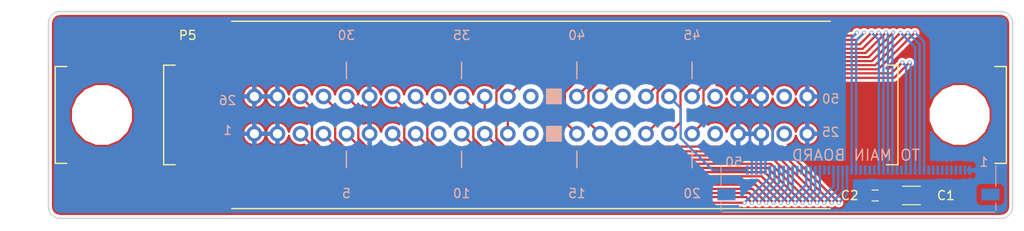
<source format=kicad_pcb>
(kicad_pcb (version 4) (host pcbnew 4.0.6)

  (general
    (links 65)
    (no_connects 21)
    (area 30.785999 26.594999 137.235001 49.605001)
    (thickness 1.6)
    (drawings 12)
    (tracks 246)
    (zones 0)
    (modules 4)
    (nets 38)
  )

  (page A4)
  (layers
    (0 F.Cu signal)
    (31 B.Cu signal)
    (32 B.Adhes user)
    (33 F.Adhes user)
    (34 B.Paste user)
    (35 F.Paste user)
    (36 B.SilkS user)
    (37 F.SilkS user)
    (38 B.Mask user)
    (39 F.Mask user)
    (40 Dwgs.User user)
    (41 Cmts.User user)
    (42 Eco1.User user)
    (43 Eco2.User user)
    (44 Edge.Cuts user)
    (45 Margin user)
    (46 B.CrtYd user)
    (47 F.CrtYd user)
    (48 B.Fab user)
    (49 F.Fab user)
  )

  (setup
    (last_trace_width 0.25)
    (trace_clearance 0.2)
    (zone_clearance 0.3)
    (zone_45_only no)
    (trace_min 0.2)
    (segment_width 0.2)
    (edge_width 0.15)
    (via_size 0.4)
    (via_drill 0.3)
    (via_min_size 0.4)
    (via_min_drill 0.3)
    (uvia_size 0.3)
    (uvia_drill 0.1)
    (uvias_allowed no)
    (uvia_min_size 0.2)
    (uvia_min_drill 0.1)
    (pcb_text_width 0.3)
    (pcb_text_size 1.5 1.5)
    (mod_edge_width 0.15)
    (mod_text_size 1 1)
    (mod_text_width 0.15)
    (pad_size 1.524 1.524)
    (pad_drill 0.762)
    (pad_to_mask_clearance 0.2)
    (aux_axis_origin 0 0)
    (visible_elements FFFFFF1F)
    (pcbplotparams
      (layerselection 0x00030_80000001)
      (usegerberextensions false)
      (excludeedgelayer true)
      (linewidth 0.100000)
      (plotframeref false)
      (viasonmask false)
      (mode 1)
      (useauxorigin false)
      (hpglpennumber 1)
      (hpglpenspeed 20)
      (hpglpendiameter 15)
      (hpglpenoverlay 2)
      (psnegative false)
      (psa4output false)
      (plotreference true)
      (plotvalue true)
      (plotinvisibletext false)
      (padsonsilk false)
      (subtractmaskfromsilk false)
      (outputformat 1)
      (mirror false)
      (drillshape 1)
      (scaleselection 1)
      (outputdirectory ""))
  )

  (net 0 "")
  (net 1 +3V3)
  (net 2 GND)
  (net 3 "Net-(CART-FLAT-CABLE1-Pad3)")
  (net 4 "Net-(CART-FLAT-CABLE1-Pad4)")
  (net 5 "Net-(CART-FLAT-CABLE1-Pad9)")
  (net 6 /EEPROM_DAT)
  (net 7 /CIC_CLK)
  (net 8 /PIF_CIC_DAT_OUT)
  (net 9 /CART_ADDR06)
  (net 10 /CART_ADDR07)
  (net 11 /CART_ADDR08)
  (net 12 /CART_ADDR09)
  (net 13 //NMI)
  (net 14 /PIF_CIC_DAT_IN)
  (net 15 //COLDRESET)
  (net 16 //CART_READ)
  (net 17 /CART_ALE_H)
  (net 18 /CART_ADDR11)
  (net 19 /CART_ADDR00)
  (net 20 /CART_ADDR15)
  (net 21 /CART_ADDR14)
  (net 22 /CART_ADDR02)
  (net 23 /CART_ADDR13)
  (net 24 /CART_ADDR01)
  (net 25 /CART_ADDR03)
  (net 26 //CART_WRITE)
  (net 27 /CART_ALE_L)
  (net 28 /CART_ADDR12)
  (net 29 /CART_ADDR04)
  (net 30 /CART_ADDR10)
  (net 31 /CART_ADDR05)
  (net 32 /JTCK)
  (net 33 "Net-(P5-Pad13)")
  (net 34 "Net-(P5-Pad38)")
  (net 35 "Net-(P5-Pad46)")
  (net 36 "Net-(P5-Pad24)")
  (net 37 "Net-(P5-Pad49)")

  (net_class Default "This is the default net class."
    (clearance 0.2)
    (trace_width 0.25)
    (via_dia 0.4)
    (via_drill 0.3)
    (uvia_dia 0.3)
    (uvia_drill 0.1)
    (add_net //CART_READ)
    (add_net //CART_WRITE)
    (add_net //COLDRESET)
    (add_net //NMI)
    (add_net /CART_ADDR00)
    (add_net /CART_ADDR01)
    (add_net /CART_ADDR02)
    (add_net /CART_ADDR03)
    (add_net /CART_ADDR04)
    (add_net /CART_ADDR05)
    (add_net /CART_ADDR06)
    (add_net /CART_ADDR07)
    (add_net /CART_ADDR08)
    (add_net /CART_ADDR09)
    (add_net /CART_ADDR10)
    (add_net /CART_ADDR11)
    (add_net /CART_ADDR12)
    (add_net /CART_ADDR13)
    (add_net /CART_ADDR14)
    (add_net /CART_ADDR15)
    (add_net /CART_ALE_H)
    (add_net /CART_ALE_L)
    (add_net /CIC_CLK)
    (add_net /EEPROM_DAT)
    (add_net /JTCK)
    (add_net /PIF_CIC_DAT_IN)
    (add_net /PIF_CIC_DAT_OUT)
    (add_net "Net-(CART-FLAT-CABLE1-Pad3)")
    (add_net "Net-(CART-FLAT-CABLE1-Pad4)")
    (add_net "Net-(CART-FLAT-CABLE1-Pad9)")
    (add_net "Net-(P5-Pad13)")
    (add_net "Net-(P5-Pad24)")
    (add_net "Net-(P5-Pad38)")
    (add_net "Net-(P5-Pad46)")
    (add_net "Net-(P5-Pad49)")
  )

  (net_class PWR ""
    (clearance 0.2)
    (trace_width 0.3)
    (via_dia 0.5)
    (via_drill 0.3)
    (uvia_dia 0.3)
    (uvia_drill 0.1)
    (add_net +3V3)
    (add_net GND)
  )

  (module n64:cart-edge-2x25-2.54mm (layer F.Cu) (tedit 5884E868) (tstamp 59ABCE6C)
    (at 53.558 38.1)
    (descr "Original Nintendo 64 Cartridge pinout")
    (tags CartEdge)
    (path /59A5FC88)
    (fp_text reference P5 (at -7.35 -8.8) (layer F.SilkS)
      (effects (font (size 1 1) (thickness 0.15)))
    )
    (fp_text value CART-EDGE (at 30.5 6.35) (layer F.SilkS) hide
      (effects (font (size 1 1) (thickness 0.15)))
    )
    (fp_line (start -21.95 -5.35) (end -21.95 5.35) (layer F.SilkS) (width 0.15))
    (fp_line (start 10.15 5.84) (end 10.15 4) (layer B.SilkS) (width 0.15))
    (fp_line (start -2.5 10.35) (end 63.5 10.35) (layer F.SilkS) (width 0.15))
    (fp_line (start -8.73 5.5) (end -10 5.5) (layer F.SilkS) (width 0.15))
    (fp_line (start -10 -5.5) (end -10 5.5) (layer F.SilkS) (width 0.15))
    (fp_line (start -10 -5.5) (end -8.73 -5.5) (layer F.SilkS) (width 0.15))
    (fp_line (start 69.69 -5.5) (end 70.96 -5.5) (layer F.SilkS) (width 0.15))
    (fp_line (start 70.96 -5.5) (end 70.96 5.5) (layer F.SilkS) (width 0.15))
    (fp_line (start 70.96 5.5) (end 69.69 5.5) (layer F.SilkS) (width 0.15))
    (fp_text user 50 (at 63.536 -1.778) (layer B.SilkS)
      (effects (font (size 1 1) (thickness 0.15)) (justify mirror))
    )
    (fp_text user 45 (at 48.26 -8.798804) (layer B.SilkS)
      (effects (font (size 1 1) (thickness 0.15)) (justify mirror))
    )
    (fp_text user 40 (at 35.56 -8.798804) (layer B.SilkS)
      (effects (font (size 1 1) (thickness 0.15)) (justify mirror))
    )
    (fp_text user 35 (at 22.86 -8.798804) (layer B.SilkS)
      (effects (font (size 1 1) (thickness 0.15)) (justify mirror))
    )
    (fp_text user 30 (at 10.15 -8.798804) (layer B.SilkS)
      (effects (font (size 1 1) (thickness 0.15)) (justify mirror))
    )
    (fp_text user 26 (at -2.958 -1.6) (layer B.SilkS)
      (effects (font (size 1 1) (thickness 0.15)) (justify mirror))
    )
    (fp_text user 25 (at 63.536 1.905) (layer B.SilkS)
      (effects (font (size 1 1) (thickness 0.15)) (justify mirror))
    )
    (fp_text user 20 (at 48.26 8.677162) (layer B.SilkS)
      (effects (font (size 1 1) (thickness 0.15)) (justify mirror))
    )
    (fp_text user 15 (at 35.56 8.677162) (layer B.SilkS)
      (effects (font (size 1 1) (thickness 0.15)) (justify mirror))
    )
    (fp_text user 10 (at 22.85 8.677162) (layer B.SilkS)
      (effects (font (size 1 1) (thickness 0.15)) (justify mirror))
    )
    (fp_text user 5 (at 10.15 8.677162) (layer B.SilkS)
      (effects (font (size 1 1) (thickness 0.15)) (justify mirror))
    )
    (fp_text user 1 (at -2.958 1.7) (layer B.SilkS)
      (effects (font (size 1 1) (thickness 0.15)) (justify mirror))
    )
    (fp_line (start -2.5 -10.35) (end 63.5 -10.35) (layer F.SilkS) (width 0.15))
    (fp_line (start 22.85 5.84) (end 22.85 4) (layer B.SilkS) (width 0.15))
    (fp_line (start 35.56 5.84) (end 35.56 4) (layer B.SilkS) (width 0.15))
    (fp_line (start 48.26 5.84) (end 48.26 4) (layer B.SilkS) (width 0.15))
    (fp_line (start 48.26 -4) (end 48.26 -5.84) (layer B.SilkS) (width 0.15))
    (fp_line (start 35.56 -4) (end 35.56 -5.84) (layer B.SilkS) (width 0.15))
    (fp_line (start 22.85 -4) (end 22.85 -5.84) (layer B.SilkS) (width 0.15))
    (fp_line (start 10.15 -4) (end 10.15 -5.84) (layer B.SilkS) (width 0.15))
    (fp_line (start 82.91 -5.35) (end 82.91 5.35) (layer F.SilkS) (width 0.15))
    (fp_line (start 81.64 -5.35) (end 82.91 -5.35) (layer F.SilkS) (width 0.15))
    (fp_line (start 81.64 5.35) (end 82.91 5.35) (layer F.SilkS) (width 0.15))
    (fp_line (start -21.95 5.35) (end -20.68 5.35) (layer F.SilkS) (width 0.15))
    (fp_line (start -21.95 -5.35) (end -20.68 -5.35) (layer F.SilkS) (width 0.15))
    (pad 1 thru_hole oval (at 0 2.08) (size 1.7272 1.7272) (drill 1.016) (layers *.Cu *.Mask)
      (net 2 GND))
    (pad 26 thru_hole oval (at 0 -2.04) (size 1.7272 1.7272) (drill 1.016) (layers *.Cu *.Mask)
      (net 2 GND))
    (pad 2 thru_hole oval (at 2.547 2.08) (size 1.7272 1.7272) (drill 1.016) (layers *.Cu *.Mask)
      (net 2 GND))
    (pad 27 thru_hole oval (at 2.54 -2.04) (size 1.7272 1.7272) (drill 1.016) (layers *.Cu *.Mask)
      (net 2 GND))
    (pad 3 thru_hole oval (at 5.087 2.08) (size 1.7272 1.7272) (drill 1.016) (layers *.Cu *.Mask)
      (net 20 /CART_ADDR15))
    (pad 28 thru_hole oval (at 5.08 -2.04) (size 1.7272 1.7272) (drill 1.016) (layers *.Cu *.Mask)
      (net 19 /CART_ADDR00))
    (pad 4 thru_hole oval (at 7.62 2.08) (size 1.7272 1.7272) (drill 1.016) (layers *.Cu *.Mask)
      (net 21 /CART_ADDR14))
    (pad 29 thru_hole oval (at 7.62 -2.04) (size 1.7272 1.7272) (drill 1.016) (layers *.Cu *.Mask)
      (net 24 /CART_ADDR01))
    (pad 5 thru_hole oval (at 10.167 2.08) (size 1.7272 1.7272) (drill 1.016) (layers *.Cu *.Mask)
      (net 23 /CART_ADDR13))
    (pad 30 thru_hole oval (at 10.16 -2.04) (size 1.7272 1.7272) (drill 1.016) (layers *.Cu *.Mask)
      (net 22 /CART_ADDR02))
    (pad 6 thru_hole oval (at 12.707 2.08) (size 1.7272 1.7272) (drill 1.016) (layers *.Cu *.Mask)
      (net 2 GND))
    (pad 31 thru_hole oval (at 12.7 -2.04) (size 1.7272 1.7272) (drill 1.016) (layers *.Cu *.Mask)
      (net 2 GND))
    (pad 7 thru_hole oval (at 15.247 2.08) (size 1.7272 1.7272) (drill 1.016) (layers *.Cu *.Mask)
      (net 28 /CART_ADDR12))
    (pad 32 thru_hole oval (at 15.24 -2.04) (size 1.7272 1.7272) (drill 1.016) (layers *.Cu *.Mask)
      (net 25 /CART_ADDR03))
    (pad 8 thru_hole oval (at 17.787 2.08) (size 1.7272 1.7272) (drill 1.016) (layers *.Cu *.Mask)
      (net 26 //CART_WRITE))
    (pad 33 thru_hole oval (at 17.78 -2.04) (size 1.7272 1.7272) (drill 1.016) (layers *.Cu *.Mask)
      (net 27 /CART_ALE_L))
    (pad 9 thru_hole oval (at 20.327 2.08) (size 1.7272 1.7272) (drill 1.016) (layers *.Cu *.Mask)
      (net 1 +3V3))
    (pad 34 thru_hole oval (at 20.32 -2.04) (size 1.7272 1.7272) (drill 1.016) (layers *.Cu *.Mask)
      (net 1 +3V3))
    (pad 10 thru_hole oval (at 22.867 2.08) (size 1.7272 1.7272) (drill 1.016) (layers *.Cu *.Mask)
      (net 16 //CART_READ))
    (pad 35 thru_hole oval (at 22.86 -2.04) (size 1.7272 1.7272) (drill 1.016) (layers *.Cu *.Mask)
      (net 17 /CART_ALE_H))
    (pad 11 thru_hole oval (at 25.407 2.08) (size 1.7272 1.7272) (drill 1.016) (layers *.Cu *.Mask)
      (net 18 /CART_ADDR11))
    (pad 36 thru_hole oval (at 25.4 -2.04) (size 1.7272 1.7272) (drill 1.016) (layers *.Cu *.Mask)
      (net 29 /CART_ADDR04))
    (pad 12 thru_hole oval (at 27.947 2.08) (size 1.7272 1.7272) (drill 1.016) (layers *.Cu *.Mask)
      (net 30 /CART_ADDR10))
    (pad 37 thru_hole oval (at 27.94 -2.04) (size 1.7272 1.7272) (drill 1.016) (layers *.Cu *.Mask)
      (net 31 /CART_ADDR05))
    (pad 13 thru_hole oval (at 30.487 2.08) (size 1.7272 1.7272) (drill 1.016) (layers *.Cu *.Mask)
      (net 33 "Net-(P5-Pad13)"))
    (pad 38 thru_hole oval (at 30.48 -2.04) (size 1.7272 1.7272) (drill 1.016) (layers *.Cu *.Mask)
      (net 34 "Net-(P5-Pad38)"))
    (pad 14 smd rect (at 33.027 2.08) (size 1.7272 1.7272) (layers F.SilkS))
    (pad 39 smd rect (at 33.02 -2.04) (size 1.7272 1.7272) (layers B.SilkS))
    (pad 15 thru_hole oval (at 35.567 2.08) (size 1.7272 1.7272) (drill 1.016) (layers *.Cu *.Mask)
      (net 12 /CART_ADDR09))
    (pad 40 thru_hole oval (at 35.56 -2.04) (size 1.7272 1.7272) (drill 1.016) (layers *.Cu *.Mask)
      (net 9 /CART_ADDR06))
    (pad 16 thru_hole oval (at 38.107 2.08) (size 1.7272 1.7272) (drill 1.016) (layers *.Cu *.Mask)
      (net 11 /CART_ADDR08))
    (pad 41 thru_hole oval (at 38.1 -2.04) (size 1.7272 1.7272) (drill 1.016) (layers *.Cu *.Mask)
      (net 10 /CART_ADDR07))
    (pad 17 thru_hole oval (at 40.647 2.08) (size 1.7272 1.7272) (drill 1.016) (layers *.Cu *.Mask)
      (net 1 +3V3))
    (pad 42 thru_hole oval (at 40.64 -2.04) (size 1.7272 1.7272) (drill 1.016) (layers *.Cu *.Mask)
      (net 1 +3V3))
    (pad 18 thru_hole oval (at 43.187 2.08) (size 1.7272 1.7272) (drill 1.016) (layers *.Cu *.Mask)
      (net 8 /PIF_CIC_DAT_OUT))
    (pad 43 thru_hole oval (at 43.18 -2.04) (size 1.7272 1.7272) (drill 1.016) (layers *.Cu *.Mask)
      (net 14 /PIF_CIC_DAT_IN))
    (pad 19 thru_hole oval (at 45.727 2.08) (size 1.7272 1.7272) (drill 1.016) (layers *.Cu *.Mask)
      (net 7 /CIC_CLK))
    (pad 44 thru_hole oval (at 45.72 -2.04) (size 1.7272 1.7272) (drill 1.016) (layers *.Cu *.Mask)
      (net 32 /JTCK))
    (pad 20 thru_hole oval (at 48.267 2.08) (size 1.7272 1.7272) (drill 1.016) (layers *.Cu *.Mask)
      (net 15 //COLDRESET))
    (pad 45 thru_hole oval (at 48.26 -2.04) (size 1.7272 1.7272) (drill 1.016) (layers *.Cu *.Mask)
      (net 13 //NMI))
    (pad 21 thru_hole oval (at 50.807 2.08) (size 1.7272 1.7272) (drill 1.016) (layers *.Cu *.Mask)
      (net 6 /EEPROM_DAT))
    (pad 46 thru_hole oval (at 50.8 -2.04) (size 1.7272 1.7272) (drill 1.016) (layers *.Cu *.Mask)
      (net 35 "Net-(P5-Pad46)"))
    (pad 22 thru_hole oval (at 53.347 2.08) (size 1.7272 1.7272) (drill 1.016) (layers *.Cu *.Mask)
      (net 2 GND))
    (pad 47 thru_hole oval (at 53.34 -2.04) (size 1.7272 1.7272) (drill 1.016) (layers *.Cu *.Mask)
      (net 2 GND))
    (pad 23 thru_hole oval (at 55.887 2.08) (size 1.7272 1.7272) (drill 1.016) (layers *.Cu *.Mask)
      (net 2 GND))
    (pad 48 thru_hole oval (at 55.88 -2.04) (size 1.7272 1.7272) (drill 1.016) (layers *.Cu *.Mask)
      (net 2 GND))
    (pad 24 thru_hole oval (at 58.427 2.08) (size 1.7272 1.7272) (drill 1.016) (layers *.Cu *.Mask)
      (net 36 "Net-(P5-Pad24)"))
    (pad 49 thru_hole oval (at 58.42 -2.04) (size 1.7272 1.7272) (drill 1.016) (layers *.Cu *.Mask)
      (net 37 "Net-(P5-Pad49)"))
    (pad 25 thru_hole oval (at 60.967 2.08) (size 1.7272 1.7272) (drill 1.016) (layers *.Cu *.Mask)
      (net 2 GND))
    (pad 50 thru_hole oval (at 60.96 -2.04) (size 1.7272 1.7272) (drill 1.016) (layers *.Cu *.Mask)
      (net 2 GND))
    (pad "" np_thru_hole circle (at 77.76 0) (size 6 6) (drill 6) (layers *.Cu))
    (pad "" np_thru_hole circle (at -16.8 0) (size 6 6) (drill 6) (layers *.Cu))
    (pad 39 smd rect (at 33.02 -2.04) (size 1.7272 1.7272) (layers F.SilkS))
    (pad 14 smd rect (at 33.03 2.08) (size 1.7272 1.7272) (layers B.SilkS))
  )

  (module n64:C_1206 (layer F.Cu) (tedit 58AA84B8) (tstamp 59ABCDC2)
    (at 126 47)
    (descr "Capacitor SMD 1206, reflow soldering, AVX (see smccp.pdf)")
    (tags "capacitor 1206")
    (path /59ABF2F4)
    (attr smd)
    (fp_text reference C1 (at 3.8 0) (layer F.SilkS)
      (effects (font (size 1 1) (thickness 0.15)))
    )
    (fp_text value 4.7uF (at 0 2) (layer F.Fab)
      (effects (font (size 1 1) (thickness 0.15)))
    )
    (fp_text user %R (at 0 -1.75) (layer F.Fab)
      (effects (font (size 1 1) (thickness 0.15)))
    )
    (fp_line (start -1.6 0.8) (end -1.6 -0.8) (layer F.Fab) (width 0.1))
    (fp_line (start 1.6 0.8) (end -1.6 0.8) (layer F.Fab) (width 0.1))
    (fp_line (start 1.6 -0.8) (end 1.6 0.8) (layer F.Fab) (width 0.1))
    (fp_line (start -1.6 -0.8) (end 1.6 -0.8) (layer F.Fab) (width 0.1))
    (fp_line (start 1 -1.02) (end -1 -1.02) (layer F.SilkS) (width 0.12))
    (fp_line (start -1 1.02) (end 1 1.02) (layer F.SilkS) (width 0.12))
    (fp_line (start -2.25 -1.05) (end 2.25 -1.05) (layer F.CrtYd) (width 0.05))
    (fp_line (start -2.25 -1.05) (end -2.25 1.05) (layer F.CrtYd) (width 0.05))
    (fp_line (start 2.25 1.05) (end 2.25 -1.05) (layer F.CrtYd) (width 0.05))
    (fp_line (start 2.25 1.05) (end -2.25 1.05) (layer F.CrtYd) (width 0.05))
    (pad 1 smd rect (at -1.5 0) (size 1 1.6) (layers F.Cu F.Paste F.Mask)
      (net 1 +3V3))
    (pad 2 smd rect (at 1.5 0) (size 1 1.6) (layers F.Cu F.Paste F.Mask)
      (net 2 GND))
    (model Capacitors_SMD.3dshapes/C_1206.wrl
      (at (xyz 0 0 0))
      (scale (xyz 1 1 1))
      (rotate (xyz 0 0 0))
    )
  )

  (module n64:C_0603 (layer F.Cu) (tedit 58AA844E) (tstamp 59ABCDD3)
    (at 122 47)
    (descr "Capacitor SMD 0603, reflow soldering, AVX (see smccp.pdf)")
    (tags "capacitor 0603")
    (path /59ABFBE5)
    (attr smd)
    (fp_text reference C2 (at -2.8 0) (layer F.SilkS)
      (effects (font (size 1 1) (thickness 0.15)))
    )
    (fp_text value .1uF (at 0 1.5) (layer F.Fab)
      (effects (font (size 1 1) (thickness 0.15)))
    )
    (fp_text user %R (at 0 -1.5) (layer F.Fab)
      (effects (font (size 1 1) (thickness 0.15)))
    )
    (fp_line (start -0.8 0.4) (end -0.8 -0.4) (layer F.Fab) (width 0.1))
    (fp_line (start 0.8 0.4) (end -0.8 0.4) (layer F.Fab) (width 0.1))
    (fp_line (start 0.8 -0.4) (end 0.8 0.4) (layer F.Fab) (width 0.1))
    (fp_line (start -0.8 -0.4) (end 0.8 -0.4) (layer F.Fab) (width 0.1))
    (fp_line (start -0.35 -0.6) (end 0.35 -0.6) (layer F.SilkS) (width 0.12))
    (fp_line (start 0.35 0.6) (end -0.35 0.6) (layer F.SilkS) (width 0.12))
    (fp_line (start -1.4 -0.65) (end 1.4 -0.65) (layer F.CrtYd) (width 0.05))
    (fp_line (start -1.4 -0.65) (end -1.4 0.65) (layer F.CrtYd) (width 0.05))
    (fp_line (start 1.4 0.65) (end 1.4 -0.65) (layer F.CrtYd) (width 0.05))
    (fp_line (start 1.4 0.65) (end -1.4 0.65) (layer F.CrtYd) (width 0.05))
    (pad 1 smd rect (at -0.75 0) (size 0.8 0.75) (layers F.Cu F.Paste F.Mask)
      (net 1 +3V3))
    (pad 2 smd rect (at 0.75 0) (size 0.8 0.75) (layers F.Cu F.Paste F.Mask)
      (net 2 GND))
    (model Capacitors_SMD.3dshapes/C_0603.wrl
      (at (xyz 0 0 0))
      (scale (xyz 1 1 1))
      (rotate (xyz 0 0 0))
    )
  )

  (module n64:connector-molex-502790-5091 (layer B.Cu) (tedit 59AC041D) (tstamp 59ABCE10)
    (at 132.411 44.696 180)
    (path /59A58F37)
    (fp_text reference "TO MAIN BOARD" (at 12.523 2.151 180) (layer B.SilkS)
      (effects (font (size 1.2 1.2) (thickness 0.15)) (justify mirror))
    )
    (fp_text value 502790-5091 (at 12 -5.25 180) (layer B.Fab)
      (effects (font (size 1.2 1.2) (thickness 0.15)) (justify mirror))
    )
    (fp_line (start -2.8 -4.15) (end 27.3 -4.15) (layer B.SilkS) (width 0.1))
    (fp_line (start 27.4 1) (end 27.4 -1.3) (layer B.SilkS) (width 0.1))
    (fp_line (start -2.9 1) (end -2.9 -1.3) (layer B.SilkS) (width 0.1))
    (fp_line (start -2.9 -3.1) (end -2.9 -3.95) (layer B.SilkS) (width 0.1))
    (fp_line (start 27.4 -3.95) (end 27.4 -3.1) (layer B.SilkS) (width 0.1))
    (pad 1 smd rect (at 0 0.5 180) (size 0.3 1) (layers B.Cu B.Paste B.Mask)
      (net 2 GND))
    (pad 2 smd rect (at 0.5 0.5 180) (size 0.3 1) (layers B.Cu B.Paste B.Mask)
      (net 2 GND))
    (pad 3 smd rect (at 1 0.5 180) (size 0.3 1) (layers B.Cu B.Paste B.Mask)
      (net 3 "Net-(CART-FLAT-CABLE1-Pad3)"))
    (pad 4 smd rect (at 1.5 0.5 180) (size 0.3 1) (layers B.Cu B.Paste B.Mask)
      (net 4 "Net-(CART-FLAT-CABLE1-Pad4)"))
    (pad 0 smd rect (at -2.3 -2.2 180) (size 2 1.3) (layers B.Cu B.Paste B.Mask))
    (pad 0 smd rect (at 26.8 -2.2 180) (size 2 1.3) (layers B.Cu B.Paste B.Mask))
    (pad 5 smd rect (at 2 0.5 180) (size 0.3 1) (layers B.Cu B.Paste B.Mask)
      (net 2 GND))
    (pad 6 smd rect (at 2.5 0.5 180) (size 0.3 1) (layers B.Cu B.Paste B.Mask)
      (net 2 GND))
    (pad 7 smd rect (at 3 0.5 180) (size 0.3 1) (layers B.Cu B.Paste B.Mask)
      (net 2 GND))
    (pad 8 smd rect (at 3.5 0.5 180) (size 0.3 1) (layers B.Cu B.Paste B.Mask)
      (net 2 GND))
    (pad 9 smd rect (at 4 0.5 180) (size 0.3 1) (layers B.Cu B.Paste B.Mask)
      (net 5 "Net-(CART-FLAT-CABLE1-Pad9)"))
    (pad 10 smd rect (at 4.5 0.5 180) (size 0.3 1) (layers B.Cu B.Paste B.Mask)
      (net 6 /EEPROM_DAT))
    (pad 11 smd rect (at 5 0.5 180) (size 0.3 1) (layers B.Cu B.Paste B.Mask)
      (net 7 /CIC_CLK))
    (pad 12 smd rect (at 5.5 0.5 180) (size 0.3 1) (layers B.Cu B.Paste B.Mask)
      (net 8 /PIF_CIC_DAT_OUT))
    (pad 20 smd rect (at 9.5 0.5 180) (size 0.3 1) (layers B.Cu B.Paste B.Mask)
      (net 9 /CART_ADDR06))
    (pad 17 smd rect (at 8 0.5 180) (size 0.3 1) (layers B.Cu B.Paste B.Mask)
      (net 1 +3V3))
    (pad 18 smd rect (at 8.5 0.5 180) (size 0.3 1) (layers B.Cu B.Paste B.Mask)
      (net 10 /CART_ADDR07))
    (pad 19 smd rect (at 9 0.5 180) (size 0.3 1) (layers B.Cu B.Paste B.Mask)
      (net 11 /CART_ADDR08))
    (pad 21 smd rect (at 10 0.5 180) (size 0.3 1) (layers B.Cu B.Paste B.Mask)
      (net 12 /CART_ADDR09))
    (pad 16 smd rect (at 7.5 0.5 180) (size 0.3 1) (layers B.Cu B.Paste B.Mask)
      (net 1 +3V3))
    (pad 15 smd rect (at 7 0.5 180) (size 0.3 1) (layers B.Cu B.Paste B.Mask)
      (net 13 //NMI))
    (pad 13 smd rect (at 6 0.5 180) (size 0.3 1) (layers B.Cu B.Paste B.Mask)
      (net 14 /PIF_CIC_DAT_IN))
    (pad 14 smd rect (at 6.5 0.5 180) (size 0.3 1) (layers B.Cu B.Paste B.Mask)
      (net 15 //COLDRESET))
    (pad 23 smd rect (at 11 0.5 180) (size 0.3 1) (layers B.Cu B.Paste B.Mask)
      (net 2 GND))
    (pad 22 smd rect (at 10.5 0.5 180) (size 0.3 1) (layers B.Cu B.Paste B.Mask)
      (net 2 GND))
    (pad 24 smd rect (at 11.5 0.5 180) (size 0.3 1) (layers B.Cu B.Paste B.Mask)
      (net 1 +3V3))
    (pad 33 smd rect (at 16 0.5 180) (size 0.3 1) (layers B.Cu B.Paste B.Mask)
      (net 1 +3V3))
    (pad 32 smd rect (at 15.5 0.5 180) (size 0.3 1) (layers B.Cu B.Paste B.Mask)
      (net 1 +3V3))
    (pad 31 smd rect (at 15 0.5 180) (size 0.3 1) (layers B.Cu B.Paste B.Mask)
      (net 16 //CART_READ))
    (pad 30 smd rect (at 14.5 0.5 180) (size 0.3 1) (layers B.Cu B.Paste B.Mask)
      (net 17 /CART_ALE_H))
    (pad 29 smd rect (at 14 0.5 180) (size 0.3 1) (layers B.Cu B.Paste B.Mask)
      (net 18 /CART_ADDR11))
    (pad 44 smd rect (at 21.5 0.5 180) (size 0.3 1) (layers B.Cu B.Paste B.Mask)
      (net 19 /CART_ADDR00))
    (pad 47 smd rect (at 23 0.5 180) (size 0.3 1) (layers B.Cu B.Paste B.Mask)
      (net 2 GND))
    (pad 45 smd rect (at 22 0.5 180) (size 0.3 1) (layers B.Cu B.Paste B.Mask)
      (net 20 /CART_ADDR15))
    (pad 46 smd rect (at 22.5 0.5 180) (size 0.3 1) (layers B.Cu B.Paste B.Mask)
      (net 2 GND))
    (pad 48 smd rect (at 23.5 0.5 180) (size 0.3 1) (layers B.Cu B.Paste B.Mask)
      (net 2 GND))
    (pad 43 smd rect (at 21 0.5 180) (size 0.3 1) (layers B.Cu B.Paste B.Mask)
      (net 21 /CART_ADDR14))
    (pad 40 smd rect (at 19.5 0.5 180) (size 0.3 1) (layers B.Cu B.Paste B.Mask)
      (net 22 /CART_ADDR02))
    (pad 41 smd rect (at 20 0.5 180) (size 0.3 1) (layers B.Cu B.Paste B.Mask)
      (net 23 /CART_ADDR13))
    (pad 39 smd rect (at 19 0.5 180) (size 0.3 1) (layers B.Cu B.Paste B.Mask)
      (net 2 GND))
    (pad 42 smd rect (at 20.5 0.5 180) (size 0.3 1) (layers B.Cu B.Paste B.Mask)
      (net 24 /CART_ADDR01))
    (pad 38 smd rect (at 18.5 0.5 180) (size 0.3 1) (layers B.Cu B.Paste B.Mask)
      (net 2 GND))
    (pad 36 smd rect (at 17.5 0.5 180) (size 0.3 1) (layers B.Cu B.Paste B.Mask)
      (net 25 /CART_ADDR03))
    (pad 35 smd rect (at 17 0.5 180) (size 0.3 1) (layers B.Cu B.Paste B.Mask)
      (net 26 //CART_WRITE))
    (pad 34 smd rect (at 16.5 0.5 180) (size 0.3 1) (layers B.Cu B.Paste B.Mask)
      (net 27 /CART_ALE_L))
    (pad 37 smd rect (at 18 0.5 180) (size 0.3 1) (layers B.Cu B.Paste B.Mask)
      (net 28 /CART_ADDR12))
    (pad 28 smd rect (at 13.5 0.5 180) (size 0.3 1) (layers B.Cu B.Paste B.Mask)
      (net 29 /CART_ADDR04))
    (pad 27 smd rect (at 13 0.5 180) (size 0.3 1) (layers B.Cu B.Paste B.Mask)
      (net 30 /CART_ADDR10))
    (pad 26 smd rect (at 12.5 0.5 180) (size 0.3 1) (layers B.Cu B.Paste B.Mask)
      (net 31 /CART_ADDR05))
    (pad 25 smd rect (at 12 0.5 180) (size 0.3 1) (layers B.Cu B.Paste B.Mask)
      (net 1 +3V3))
    (pad 49 smd rect (at 24 0.5 180) (size 0.3 1) (layers B.Cu B.Paste B.Mask)
      (net 2 GND))
    (pad 50 smd rect (at 24.5 0.5 180) (size 0.3 1) (layers B.Cu B.Paste B.Mask)
      (net 32 /JTCK))
    (model ${KIPRJMOD}/../packages3d/molex-502790-5091.wrl
      (at (xyz 0.4823 -0.053 0.05))
      (scale (xyz 0.3937 0.3937 0.3937))
      (rotate (xyz -90 0 0))
    )
  )

  (gr_text 1 (at 133.985 43.307) (layer B.SilkS) (tstamp 59AC055C)
    (effects (font (size 1 1) (thickness 0.15)) (justify mirror))
  )
  (gr_text 50 (at 106.426 43.307) (layer B.SilkS)
    (effects (font (size 1 1) (thickness 0.15)) (justify mirror))
  )
  (dimension 106.299 (width 0.15) (layer Dwgs.User)
    (gr_text "106,299 mm" (at 84.0105 50.711) (layer Dwgs.User)
      (effects (font (size 1 1) (thickness 0.15)))
    )
    (feature1 (pts (xy 137.16 48.26) (xy 137.16 51.511)))
    (feature2 (pts (xy 30.861 48.26) (xy 30.861 51.511)))
    (crossbar (pts (xy 30.861 49.911) (xy 137.16 49.911)))
    (arrow1a (pts (xy 137.16 49.911) (xy 136.033496 50.497421)))
    (arrow1b (pts (xy 137.16 49.911) (xy 136.033496 49.324579)))
    (arrow2a (pts (xy 30.861 49.911) (xy 31.987504 50.497421)))
    (arrow2b (pts (xy 30.861 49.911) (xy 31.987504 49.324579)))
  )
  (dimension 22.86 (width 0.15) (layer Dwgs.User)
    (gr_text "22,860 mm" (at 29.68 38.1 270) (layer Dwgs.User)
      (effects (font (size 1 1) (thickness 0.15)))
    )
    (feature1 (pts (xy 32.131 49.53) (xy 28.88 49.53)))
    (feature2 (pts (xy 32.131 26.67) (xy 28.88 26.67)))
    (crossbar (pts (xy 30.48 26.67) (xy 30.48 49.53)))
    (arrow1a (pts (xy 30.48 49.53) (xy 29.893579 48.403496)))
    (arrow1b (pts (xy 30.48 49.53) (xy 31.066421 48.403496)))
    (arrow2a (pts (xy 30.48 26.67) (xy 29.893579 27.796504)))
    (arrow2b (pts (xy 30.48 26.67) (xy 31.066421 27.796504)))
  )
  (gr_arc (start 135.89 27.94) (end 135.89 26.67) (angle 90) (layer Edge.Cuts) (width 0.15) (tstamp 59ABD530))
  (gr_arc (start 32.131 27.94) (end 30.861 27.94) (angle 90) (layer Edge.Cuts) (width 0.15) (tstamp 59ABD52C))
  (gr_arc (start 32.131 48.26) (end 32.131 49.53) (angle 90) (layer Edge.Cuts) (width 0.15) (tstamp 59ABD526))
  (gr_arc (start 135.89 48.26) (end 137.16 48.26) (angle 90) (layer Edge.Cuts) (width 0.15))
  (gr_line (start 30.861 27.94) (end 30.861 48.26) (layer Edge.Cuts) (width 0.15))
  (gr_line (start 137.16 27.94) (end 137.16 48.26) (layer Edge.Cuts) (width 0.15))
  (gr_line (start 32.131 26.67) (end 135.89 26.67) (layer Edge.Cuts) (width 0.15))
  (gr_line (start 32.131 49.53) (end 135.89 49.53) (layer Edge.Cuts) (width 0.15))

  (segment (start 106.898 36.06) (end 109.438 36.06) (width 0.3) (layer B.Cu) (net 2))
  (segment (start 110.7 41.8) (end 109.911 42.589) (width 0.3) (layer B.Cu) (net 2))
  (segment (start 109.911 42.589) (end 109.911 44.196) (width 0.25) (layer B.Cu) (net 2))
  (segment (start 110.7 38.543314) (end 110.7 41.8) (width 0.3) (layer B.Cu) (net 2))
  (segment (start 109.438 36.06) (end 109.438 37.281314) (width 0.3) (layer B.Cu) (net 2))
  (segment (start 109.438 37.281314) (end 110.7 38.543314) (width 0.3) (layer B.Cu) (net 2))
  (segment (start 109.411 42.189) (end 109.411 44.196) (width 0.25) (layer B.Cu) (net 2))
  (segment (start 109.445 40.18) (end 109.445 42.155) (width 0.3) (layer B.Cu) (net 2))
  (segment (start 106.898 36.06) (end 106.898 37.281314) (width 0.3) (layer B.Cu) (net 2))
  (segment (start 106.898 37.281314) (end 108.2 38.583314) (width 0.3) (layer B.Cu) (net 2))
  (segment (start 108.2 38.583314) (end 108.2 41.5) (width 0.3) (layer B.Cu) (net 2))
  (segment (start 108.2 41.5) (end 108.911 42.211) (width 0.3) (layer B.Cu) (net 2))
  (segment (start 108.911 42.211) (end 108.911 44.196) (width 0.25) (layer B.Cu) (net 2))
  (segment (start 109.911 36.533) (end 109.438 36.06) (width 0.3) (layer B.Cu) (net 2))
  (segment (start 106.905 40.18) (end 106.905 41.401314) (width 0.3) (layer B.Cu) (net 2))
  (segment (start 108.411 43.396) (end 108.411 44.196) (width 0.25) (layer B.Cu) (net 2))
  (segment (start 108.411 42.907314) (end 108.411 43.396) (width 0.25) (layer B.Cu) (net 2))
  (segment (start 106.905 41.401314) (end 108.411 42.907314) (width 0.3) (layer B.Cu) (net 2))
  (segment (start 127.411 44.196) (end 127.411 30.014939) (width 0.25) (layer B.Cu) (net 7))
  (segment (start 127.411 30.014939) (end 126.597765 29.201704) (width 0.25) (layer B.Cu) (net 7))
  (segment (start 126.597765 29.201704) (end 126.397766 29.001705) (width 0.25) (layer B.Cu) (net 7))
  (segment (start 126.197767 29.201704) (end 126.397766 29.001705) (width 0.25) (layer F.Cu) (net 7))
  (segment (start 100.544735 35.574135) (end 103.068875 33.049995) (width 0.25) (layer F.Cu) (net 7))
  (segment (start 103.068875 33.049995) (end 122.349476 33.049995) (width 0.25) (layer F.Cu) (net 7))
  (segment (start 100.544735 38.920265) (end 100.544735 35.574135) (width 0.25) (layer F.Cu) (net 7))
  (segment (start 122.349476 33.049995) (end 126.197767 29.201704) (width 0.25) (layer F.Cu) (net 7))
  (segment (start 99.285 40.18) (end 100.544735 38.920265) (width 0.25) (layer F.Cu) (net 7))
  (via (at 126.397766 29.001705) (size 0.4) (drill 0.3) (layers F.Cu B.Cu) (net 7))
  (segment (start 126.911 44.196) (end 126.911 30.31203) (width 0.25) (layer B.Cu) (net 8))
  (segment (start 125.800674 29.201704) (end 125.600675 29.001705) (width 0.25) (layer B.Cu) (net 8))
  (segment (start 126.911 30.31203) (end 125.800674 29.201704) (width 0.25) (layer B.Cu) (net 8))
  (segment (start 122.002396 32.599984) (end 125.400676 29.201704) (width 0.25) (layer F.Cu) (net 8))
  (segment (start 98.009104 38.915896) (end 98.009104 35.569766) (width 0.25) (layer F.Cu) (net 8))
  (segment (start 98.009104 35.569766) (end 100.978886 32.599984) (width 0.25) (layer F.Cu) (net 8))
  (segment (start 100.978886 32.599984) (end 122.002396 32.599984) (width 0.25) (layer F.Cu) (net 8))
  (segment (start 96.745 40.18) (end 98.009104 38.915896) (width 0.25) (layer F.Cu) (net 8))
  (segment (start 125.400676 29.201704) (end 125.600675 29.001705) (width 0.25) (layer F.Cu) (net 8))
  (via (at 125.600675 29.001705) (size 0.4) (drill 0.3) (layers F.Cu B.Cu) (net 8))
  (segment (start 89.118 36.06) (end 94.37939 30.79861) (width 0.25) (layer F.Cu) (net 9))
  (segment (start 94.37939 30.79861) (end 120.601299 30.79861) (width 0.25) (layer F.Cu) (net 9))
  (segment (start 120.601299 30.79861) (end 122.080781 29.319128) (width 0.25) (layer F.Cu) (net 9))
  (segment (start 122.080781 29.319128) (end 122.398204 29.001705) (width 0.25) (layer F.Cu) (net 9))
  (segment (start 122.598203 29.201704) (end 122.398204 29.001705) (width 0.25) (layer B.Cu) (net 9))
  (segment (start 122.911 29.514501) (end 122.598203 29.201704) (width 0.25) (layer B.Cu) (net 9))
  (segment (start 122.911 44.196) (end 122.911 29.514501) (width 0.25) (layer B.Cu) (net 9))
  (via (at 122.398204 29.001705) (size 0.4) (drill 0.3) (layers F.Cu B.Cu) (net 9))
  (segment (start 123.79944 29.201704) (end 123.999439 29.001705) (width 0.25) (layer F.Cu) (net 10))
  (segment (start 121.301182 31.699962) (end 123.79944 29.201704) (width 0.25) (layer F.Cu) (net 10))
  (segment (start 96.018038 31.699962) (end 121.301182 31.699962) (width 0.25) (layer F.Cu) (net 10))
  (segment (start 91.658 36.06) (end 96.018038 31.699962) (width 0.25) (layer F.Cu) (net 10))
  (segment (start 123.911 29.090144) (end 123.999439 29.001705) (width 0.25) (layer B.Cu) (net 10))
  (segment (start 123.911 44.196) (end 123.911 29.090144) (width 0.25) (layer B.Cu) (net 10))
  (via (at 123.999439 29.001705) (size 0.4) (drill 0.3) (layers F.Cu B.Cu) (net 10))
  (segment (start 123.002349 29.201704) (end 123.202348 29.001705) (width 0.25) (layer F.Cu) (net 11))
  (segment (start 94.708919 31.249951) (end 120.954102 31.249951) (width 0.25) (layer F.Cu) (net 11))
  (segment (start 90.392381 35.566489) (end 94.708919 31.249951) (width 0.25) (layer F.Cu) (net 11))
  (segment (start 90.392381 38.907381) (end 90.392381 35.566489) (width 0.25) (layer F.Cu) (net 11))
  (segment (start 120.954102 31.249951) (end 123.002349 29.201704) (width 0.25) (layer F.Cu) (net 11))
  (segment (start 91.665 40.18) (end 90.392381 38.907381) (width 0.25) (layer F.Cu) (net 11))
  (segment (start 123.411 29.210357) (end 123.402347 29.201704) (width 0.25) (layer B.Cu) (net 11))
  (segment (start 123.411 44.196) (end 123.411 29.210357) (width 0.25) (layer B.Cu) (net 11))
  (segment (start 123.402347 29.201704) (end 123.202348 29.001705) (width 0.25) (layer B.Cu) (net 11))
  (via (at 123.202348 29.001705) (size 0.4) (drill 0.3) (layers F.Cu B.Cu) (net 11))
  (segment (start 89.125 40.18) (end 87.788708 38.843708) (width 0.25) (layer F.Cu) (net 12))
  (segment (start 87.788708 38.843708) (end 87.788708 35.630162) (width 0.25) (layer F.Cu) (net 12))
  (segment (start 87.788708 35.630162) (end 93.120885 30.297985) (width 0.25) (layer F.Cu) (net 12))
  (segment (start 93.120885 30.297985) (end 120.304833 30.297985) (width 0.25) (layer F.Cu) (net 12))
  (segment (start 120.304833 30.297985) (end 121.401114 29.201704) (width 0.25) (layer F.Cu) (net 12))
  (segment (start 121.401114 29.201704) (end 121.601113 29.001705) (width 0.25) (layer F.Cu) (net 12))
  (segment (start 121.801112 29.201704) (end 121.601113 29.001705) (width 0.25) (layer B.Cu) (net 12))
  (segment (start 122.411 29.811592) (end 121.801112 29.201704) (width 0.25) (layer B.Cu) (net 12))
  (segment (start 122.411 44.196) (end 122.411 29.811592) (width 0.25) (layer B.Cu) (net 12))
  (via (at 121.601113 29.001705) (size 0.4) (drill 0.3) (layers F.Cu B.Cu) (net 12))
  (segment (start 101.818 36.06) (end 104.377994 33.500006) (width 0.25) (layer F.Cu) (net 13))
  (segment (start 104.377994 33.500006) (end 123.800007 33.500006) (width 0.25) (layer F.Cu) (net 13))
  (segment (start 123.800007 33.500006) (end 124.800959 32.499054) (width 0.25) (layer F.Cu) (net 13))
  (segment (start 124.800959 32.499054) (end 125.000958 32.299055) (width 0.25) (layer F.Cu) (net 13))
  (segment (start 125.200957 32.499054) (end 125.000958 32.299055) (width 0.25) (layer B.Cu) (net 13))
  (segment (start 125.411 32.709097) (end 125.200957 32.499054) (width 0.25) (layer B.Cu) (net 13))
  (segment (start 125.411 44.196) (end 125.411 32.709097) (width 0.25) (layer B.Cu) (net 13))
  (via (at 125.000958 32.299055) (size 0.4) (drill 0.3) (layers F.Cu B.Cu) (net 13))
  (segment (start 96.738 36.06) (end 100.648027 32.149973) (width 0.25) (layer F.Cu) (net 14))
  (segment (start 100.648027 32.149973) (end 121.648262 32.149973) (width 0.25) (layer F.Cu) (net 14))
  (segment (start 121.648262 32.149973) (end 124.596531 29.201704) (width 0.25) (layer F.Cu) (net 14))
  (segment (start 124.596531 29.201704) (end 124.79653 29.001705) (width 0.25) (layer F.Cu) (net 14))
  (segment (start 124.996529 29.201704) (end 124.79653 29.001705) (width 0.25) (layer B.Cu) (net 14))
  (segment (start 126.411 30.616175) (end 124.996529 29.201704) (width 0.25) (layer B.Cu) (net 14))
  (segment (start 126.411 44.196) (end 126.411 30.616175) (width 0.25) (layer B.Cu) (net 14))
  (via (at 124.79653 29.001705) (size 0.4) (drill 0.3) (layers F.Cu B.Cu) (net 14))
  (segment (start 101.825 40.18) (end 103.080367 38.924633) (width 0.25) (layer F.Cu) (net 15))
  (segment (start 103.080367 38.924633) (end 103.080367 35.436023) (width 0.25) (layer F.Cu) (net 15))
  (segment (start 103.080367 35.436023) (end 104.512722 34.003668) (width 0.25) (layer F.Cu) (net 15))
  (segment (start 104.512722 34.003668) (end 124.0925 34.003668) (width 0.25) (layer F.Cu) (net 15))
  (segment (start 124.0925 34.003668) (end 125.798569 32.297599) (width 0.25) (layer F.Cu) (net 15))
  (segment (start 125.911 32.41003) (end 125.798569 32.297599) (width 0.25) (layer B.Cu) (net 15))
  (segment (start 125.911 44.196) (end 125.911 32.41003) (width 0.25) (layer B.Cu) (net 15))
  (via (at 125.798569 32.297599) (size 0.4) (drill 0.3) (layers F.Cu B.Cu) (net 15))
  (segment (start 115.399249 47.601004) (end 115.599248 47.801003) (width 0.25) (layer F.Cu) (net 16))
  (segment (start 79.283273 43.038273) (end 110.836518 43.038273) (width 0.25) (layer F.Cu) (net 16))
  (segment (start 76.425 40.18) (end 79.283273 43.038273) (width 0.25) (layer F.Cu) (net 16))
  (segment (start 115.799247 47.601004) (end 115.599248 47.801003) (width 0.25) (layer B.Cu) (net 16))
  (segment (start 117.411 45.989251) (end 115.799247 47.601004) (width 0.25) (layer B.Cu) (net 16))
  (segment (start 110.836518 43.038273) (end 115.399249 47.601004) (width 0.25) (layer F.Cu) (net 16))
  (segment (start 117.411 44.196) (end 117.411 45.989251) (width 0.25) (layer B.Cu) (net 16))
  (via (at 115.599248 47.801003) (size 0.4) (drill 0.3) (layers F.Cu B.Cu) (net 16))
  (segment (start 76.418 36.06) (end 77.701234 37.343234) (width 0.25) (layer F.Cu) (net 17))
  (segment (start 77.701234 37.343234) (end 77.701234 40.675364) (width 0.25) (layer F.Cu) (net 17))
  (segment (start 116.200186 47.599712) (end 116.400185 47.799711) (width 0.25) (layer F.Cu) (net 17))
  (segment (start 77.701234 40.675364) (end 79.61132 42.58545) (width 0.25) (layer F.Cu) (net 17))
  (segment (start 79.61132 42.58545) (end 111.185924 42.58545) (width 0.25) (layer F.Cu) (net 17))
  (segment (start 111.185924 42.58545) (end 116.200186 47.599712) (width 0.25) (layer F.Cu) (net 17))
  (segment (start 117.911 46.288896) (end 116.600184 47.599712) (width 0.25) (layer B.Cu) (net 17))
  (segment (start 116.600184 47.599712) (end 116.400185 47.799711) (width 0.25) (layer B.Cu) (net 17))
  (segment (start 117.911 44.196) (end 117.911 46.288896) (width 0.25) (layer B.Cu) (net 17))
  (via (at 116.400185 47.799711) (size 0.4) (drill 0.3) (layers F.Cu B.Cu) (net 17))
  (segment (start 117.001123 47.599712) (end 117.201122 47.799711) (width 0.25) (layer F.Cu) (net 18))
  (segment (start 80.909145 42.124145) (end 111.525556 42.124145) (width 0.25) (layer F.Cu) (net 18))
  (segment (start 78.965 40.18) (end 80.909145 42.124145) (width 0.25) (layer F.Cu) (net 18))
  (segment (start 118.411 46.589833) (end 117.401121 47.599712) (width 0.25) (layer B.Cu) (net 18))
  (segment (start 118.411 44.196) (end 118.411 46.589833) (width 0.25) (layer B.Cu) (net 18))
  (segment (start 111.525556 42.124145) (end 117.001123 47.599712) (width 0.25) (layer F.Cu) (net 18))
  (segment (start 117.401121 47.599712) (end 117.201122 47.799711) (width 0.25) (layer B.Cu) (net 18))
  (via (at 117.201122 47.799711) (size 0.4) (drill 0.3) (layers F.Cu B.Cu) (net 18))
  (segment (start 108.201152 47.599712) (end 108.401151 47.799711) (width 0.25) (layer F.Cu) (net 19))
  (segment (start 107.77735 47.17591) (end 108.201152 47.599712) (width 0.25) (layer F.Cu) (net 19))
  (segment (start 66.38412 47.17591) (end 107.77735 47.17591) (width 0.25) (layer F.Cu) (net 19))
  (segment (start 59.909061 40.700851) (end 66.38412 47.17591) (width 0.25) (layer F.Cu) (net 19))
  (segment (start 59.909061 37.331061) (end 59.909061 40.700851) (width 0.25) (layer F.Cu) (net 19))
  (segment (start 58.638 36.06) (end 59.909061 37.331061) (width 0.25) (layer F.Cu) (net 19))
  (segment (start 108.60115 47.599712) (end 108.401151 47.799711) (width 0.25) (layer B.Cu) (net 19))
  (segment (start 110.911 45.289862) (end 108.60115 47.599712) (width 0.25) (layer B.Cu) (net 19))
  (segment (start 110.911 44.196) (end 110.911 45.289862) (width 0.25) (layer B.Cu) (net 19))
  (via (at 108.401151 47.799711) (size 0.4) (drill 0.3) (layers F.Cu B.Cu) (net 19))
  (segment (start 107.799645 47.600773) (end 107.599646 47.800772) (width 0.25) (layer B.Cu) (net 20))
  (segment (start 110.411 44.196) (end 110.411 44.989418) (width 0.25) (layer B.Cu) (net 20))
  (segment (start 107.316804 47.800772) (end 107.599646 47.800772) (width 0.25) (layer F.Cu) (net 20))
  (segment (start 66.265772 47.800772) (end 107.316804 47.800772) (width 0.25) (layer F.Cu) (net 20))
  (segment (start 58.645 40.18) (end 66.265772 47.800772) (width 0.25) (layer F.Cu) (net 20))
  (segment (start 110.411 44.989418) (end 107.799645 47.600773) (width 0.25) (layer B.Cu) (net 20))
  (via (at 107.599646 47.800772) (size 0.4) (drill 0.3) (layers F.Cu B.Cu) (net 20))
  (segment (start 111.411 45.588215) (end 109.399503 47.599712) (width 0.25) (layer B.Cu) (net 21))
  (segment (start 111.411 44.196) (end 111.411 45.588215) (width 0.25) (layer B.Cu) (net 21))
  (segment (start 108.999505 47.599712) (end 109.199504 47.799711) (width 0.25) (layer F.Cu) (net 21))
  (segment (start 109.399503 47.599712) (end 109.199504 47.799711) (width 0.25) (layer B.Cu) (net 21))
  (segment (start 67.723899 46.725899) (end 108.125692 46.725899) (width 0.25) (layer F.Cu) (net 21))
  (segment (start 61.178 40.18) (end 67.723899 46.725899) (width 0.25) (layer F.Cu) (net 21))
  (segment (start 108.125692 46.725899) (end 108.999505 47.599712) (width 0.25) (layer F.Cu) (net 21))
  (via (at 109.199504 47.799711) (size 0.4) (drill 0.3) (layers F.Cu B.Cu) (net 21))
  (segment (start 111.399732 47.599712) (end 111.599731 47.799711) (width 0.25) (layer F.Cu) (net 22))
  (segment (start 109.144305 45.344285) (end 111.399732 47.599712) (width 0.25) (layer F.Cu) (net 22))
  (segment (start 69.670155 45.344285) (end 109.144305 45.344285) (width 0.25) (layer F.Cu) (net 22))
  (segment (start 65.018967 40.693097) (end 69.670155 45.344285) (width 0.25) (layer F.Cu) (net 22))
  (segment (start 65.018967 37.360967) (end 65.018967 40.693097) (width 0.25) (layer F.Cu) (net 22))
  (segment (start 63.718 36.06) (end 65.018967 37.360967) (width 0.25) (layer F.Cu) (net 22))
  (segment (start 112.911 44.196) (end 112.911 46.488442) (width 0.25) (layer B.Cu) (net 22))
  (segment (start 111.79973 47.599712) (end 111.599731 47.799711) (width 0.25) (layer B.Cu) (net 22))
  (segment (start 112.911 46.488442) (end 111.79973 47.599712) (width 0.25) (layer B.Cu) (net 22))
  (via (at 111.599731 47.799711) (size 0.4) (drill 0.3) (layers F.Cu B.Cu) (net 22))
  (segment (start 110.998793 47.601004) (end 110.798794 47.801003) (width 0.25) (layer B.Cu) (net 23))
  (segment (start 112.411 46.188797) (end 110.998793 47.601004) (width 0.25) (layer B.Cu) (net 23))
  (segment (start 112.411 44.196) (end 112.411 46.188797) (width 0.25) (layer B.Cu) (net 23))
  (segment (start 110.598795 47.601004) (end 110.798794 47.801003) (width 0.25) (layer F.Cu) (net 23))
  (segment (start 69.350487 45.805487) (end 108.803278 45.805487) (width 0.25) (layer F.Cu) (net 23))
  (segment (start 63.725 40.18) (end 69.350487 45.805487) (width 0.25) (layer F.Cu) (net 23))
  (segment (start 108.803278 45.805487) (end 110.598795 47.601004) (width 0.25) (layer F.Cu) (net 23))
  (via (at 110.798794 47.801003) (size 0.4) (drill 0.3) (layers F.Cu B.Cu) (net 23))
  (segment (start 109.800442 47.599712) (end 110.000441 47.799711) (width 0.25) (layer F.Cu) (net 24))
  (segment (start 108.476618 46.275888) (end 109.800442 47.599712) (width 0.25) (layer F.Cu) (net 24))
  (segment (start 68.061758 46.275888) (end 108.476618 46.275888) (width 0.25) (layer F.Cu) (net 24))
  (segment (start 62.471887 40.686017) (end 68.061758 46.275888) (width 0.25) (layer F.Cu) (net 24))
  (segment (start 62.471887 37.353887) (end 62.471887 40.686017) (width 0.25) (layer F.Cu) (net 24))
  (segment (start 61.178 36.06) (end 62.471887 37.353887) (width 0.25) (layer F.Cu) (net 24))
  (segment (start 111.911 44.196) (end 111.911 45.889152) (width 0.25) (layer B.Cu) (net 24))
  (segment (start 110.20044 47.599712) (end 110.000441 47.799711) (width 0.25) (layer B.Cu) (net 24))
  (segment (start 111.911 45.889152) (end 110.20044 47.599712) (width 0.25) (layer B.Cu) (net 24))
  (via (at 110.000441 47.799711) (size 0.4) (drill 0.3) (layers F.Cu B.Cu) (net 24))
  (segment (start 73.82775 44.42188) (end 109.819898 44.42188) (width 0.25) (layer F.Cu) (net 25))
  (segment (start 70.083679 37.345679) (end 70.083679 40.677809) (width 0.25) (layer F.Cu) (net 25))
  (segment (start 70.083679 40.677809) (end 73.82775 44.42188) (width 0.25) (layer F.Cu) (net 25))
  (segment (start 114.911 46.089024) (end 113.39902 47.601004) (width 0.25) (layer B.Cu) (net 25))
  (segment (start 68.798 36.06) (end 70.083679 37.345679) (width 0.25) (layer F.Cu) (net 25))
  (segment (start 114.911 44.196) (end 114.911 46.089024) (width 0.25) (layer B.Cu) (net 25))
  (segment (start 109.819898 44.42188) (end 112.999022 47.601004) (width 0.25) (layer F.Cu) (net 25))
  (segment (start 113.39902 47.601004) (end 113.199021 47.801003) (width 0.25) (layer B.Cu) (net 25))
  (segment (start 112.999022 47.601004) (end 113.199021 47.801003) (width 0.25) (layer F.Cu) (net 25))
  (via (at 113.199021 47.801003) (size 0.4) (drill 0.3) (layers F.Cu B.Cu) (net 25))
  (segment (start 114.199957 47.599712) (end 113.999958 47.799711) (width 0.25) (layer B.Cu) (net 26))
  (segment (start 115.411 46.388669) (end 114.199957 47.599712) (width 0.25) (layer B.Cu) (net 26))
  (segment (start 115.411 44.196) (end 115.411 46.388669) (width 0.25) (layer B.Cu) (net 26))
  (segment (start 113.799959 47.599712) (end 113.999958 47.799711) (width 0.25) (layer F.Cu) (net 26))
  (segment (start 71.345 40.18) (end 75.125678 43.960678) (width 0.25) (layer F.Cu) (net 26))
  (segment (start 75.125678 43.960678) (end 110.160925 43.960678) (width 0.25) (layer F.Cu) (net 26))
  (segment (start 110.160925 43.960678) (end 113.799959 47.599712) (width 0.25) (layer F.Cu) (net 26))
  (via (at 113.999958 47.799711) (size 0.4) (drill 0.3) (layers F.Cu B.Cu) (net 26))
  (segment (start 115.000894 47.599712) (end 114.800895 47.799711) (width 0.25) (layer B.Cu) (net 27))
  (segment (start 115.911 46.689606) (end 115.000894 47.599712) (width 0.25) (layer B.Cu) (net 27))
  (segment (start 115.911 44.196) (end 115.911 46.689606) (width 0.25) (layer B.Cu) (net 27))
  (segment (start 110.50066 43.499476) (end 114.600896 47.599712) (width 0.25) (layer F.Cu) (net 27))
  (segment (start 75.445346 43.499476) (end 110.50066 43.499476) (width 0.25) (layer F.Cu) (net 27))
  (segment (start 72.629648 40.683778) (end 75.445346 43.499476) (width 0.25) (layer F.Cu) (net 27))
  (segment (start 72.629648 37.351648) (end 72.629648 40.683778) (width 0.25) (layer F.Cu) (net 27))
  (segment (start 71.338 36.06) (end 72.629648 37.351648) (width 0.25) (layer F.Cu) (net 27))
  (segment (start 114.600896 47.599712) (end 114.800895 47.799711) (width 0.25) (layer F.Cu) (net 27))
  (via (at 114.800895 47.799711) (size 0.4) (drill 0.3) (layers F.Cu B.Cu) (net 27))
  (segment (start 112.200669 47.599712) (end 112.400668 47.799711) (width 0.25) (layer F.Cu) (net 28))
  (segment (start 73.508083 44.883083) (end 109.48404 44.883083) (width 0.25) (layer F.Cu) (net 28))
  (segment (start 68.805 40.18) (end 73.508083 44.883083) (width 0.25) (layer F.Cu) (net 28))
  (segment (start 112.600667 47.599712) (end 112.400668 47.799711) (width 0.25) (layer B.Cu) (net 28))
  (segment (start 114.411 44.196) (end 114.411 45.789379) (width 0.25) (layer B.Cu) (net 28))
  (segment (start 109.48404 44.883083) (end 112.200669 47.599712) (width 0.25) (layer F.Cu) (net 28))
  (segment (start 114.411 45.789379) (end 112.600667 47.599712) (width 0.25) (layer B.Cu) (net 28))
  (via (at 112.400668 47.799711) (size 0.4) (drill 0.3) (layers F.Cu B.Cu) (net 28))
  (segment (start 117.999475 47.801003) (end 111.799095 41.600623) (width 0.25) (layer F.Cu) (net 29))
  (segment (start 111.799095 41.600623) (end 81.166493 41.600623) (width 0.25) (layer F.Cu) (net 29))
  (segment (start 80.23883 39.029607) (end 78.958 37.748777) (width 0.25) (layer F.Cu) (net 29))
  (segment (start 81.166493 41.600623) (end 80.23883 40.67296) (width 0.25) (layer F.Cu) (net 29))
  (segment (start 80.23883 40.67296) (end 80.23883 39.029607) (width 0.25) (layer F.Cu) (net 29))
  (segment (start 78.958 37.748777) (end 78.958 36.06) (width 0.25) (layer F.Cu) (net 29))
  (segment (start 118.911 46.889478) (end 118.199474 47.601004) (width 0.25) (layer B.Cu) (net 29))
  (segment (start 118.911 44.196) (end 118.911 46.889478) (width 0.25) (layer B.Cu) (net 29))
  (segment (start 118.199474 47.601004) (end 117.999475 47.801003) (width 0.25) (layer B.Cu) (net 29))
  (via (at 117.999475 47.801003) (size 0.4) (drill 0.3) (layers F.Cu B.Cu) (net 29))
  (segment (start 81.505 40.18) (end 81.505 38.498936) (width 0.25) (layer F.Cu) (net 30))
  (segment (start 86.458262 29.340608) (end 119.666303 29.340608) (width 0.25) (layer F.Cu) (net 30))
  (segment (start 81.505 38.498936) (end 80.249001 37.242937) (width 0.25) (layer F.Cu) (net 30))
  (segment (start 80.249001 37.242937) (end 80.249001 35.549869) (width 0.25) (layer F.Cu) (net 30))
  (segment (start 80.249001 35.549869) (end 86.458262 29.340608) (width 0.25) (layer F.Cu) (net 30))
  (segment (start 119.666303 29.340608) (end 119.999877 29.007034) (width 0.25) (layer F.Cu) (net 30))
  (segment (start 119.999877 29.007034) (end 119.999877 29.001705) (width 0.25) (layer F.Cu) (net 30))
  (segment (start 119.799878 29.201704) (end 119.999877 29.001705) (width 0.25) (layer B.Cu) (net 30))
  (segment (start 119.411 29.590582) (end 119.799878 29.201704) (width 0.25) (layer B.Cu) (net 30))
  (segment (start 119.411 44.196) (end 119.411 29.590582) (width 0.25) (layer B.Cu) (net 30))
  (via (at 119.999877 29.001705) (size 0.4) (drill 0.3) (layers F.Cu B.Cu) (net 30))
  (segment (start 81.498 36.06) (end 87.748595 29.809405) (width 0.25) (layer F.Cu) (net 31))
  (segment (start 87.748595 29.809405) (end 119.989268 29.809405) (width 0.25) (layer F.Cu) (net 31))
  (segment (start 119.989268 29.809405) (end 120.596969 29.201704) (width 0.25) (layer F.Cu) (net 31))
  (segment (start 120.596969 29.201704) (end 120.796968 29.001705) (width 0.25) (layer F.Cu) (net 31))
  (segment (start 119.911 29.887673) (end 120.596969 29.201704) (width 0.25) (layer B.Cu) (net 31))
  (segment (start 119.911 44.196) (end 119.911 29.887673) (width 0.25) (layer B.Cu) (net 31))
  (segment (start 120.596969 29.201704) (end 120.796968 29.001705) (width 0.25) (layer B.Cu) (net 31))
  (via (at 120.796968 29.001705) (size 0.4) (drill 0.3) (layers F.Cu B.Cu) (net 31))
  (segment (start 107.911 44.196) (end 104.08187 44.196) (width 0.25) (layer B.Cu) (net 32))
  (segment (start 104.08187 44.196) (end 100.564391 40.678521) (width 0.25) (layer B.Cu) (net 32))
  (segment (start 100.564391 40.678521) (end 100.564391 37.346391) (width 0.25) (layer B.Cu) (net 32))
  (segment (start 100.564391 37.346391) (end 100.141599 36.923599) (width 0.25) (layer B.Cu) (net 32))
  (segment (start 100.141599 36.923599) (end 99.278 36.06) (width 0.25) (layer B.Cu) (net 32))

  (zone (net 2) (net_name GND) (layer B.Cu) (tstamp 0) (hatch edge 0.508)
    (connect_pads (clearance 0.508))
    (min_thickness 0.254)
    (fill yes (arc_segments 16) (thermal_gap 0.508) (thermal_bridge_width 0.508))
    (polygon
      (pts
        (xy 27.94 25.4) (xy 27.94 49.53) (xy 138.43 49.53) (xy 138.43 25.4)
      )
    )
    (filled_polygon
      (pts
        (xy 136.098979 27.435478) (xy 136.276145 27.553856) (xy 136.394521 27.731019) (xy 136.45 28.009931) (xy 136.45 48.190069)
        (xy 136.394521 48.468981) (xy 136.276145 48.646144) (xy 136.098979 48.764522) (xy 135.82007 48.82) (xy 32.200931 48.82)
        (xy 31.922019 48.764521) (xy 31.744856 48.646145) (xy 31.626478 48.468979) (xy 31.571 48.19007) (xy 31.571 38.819874)
        (xy 33.12237 38.819874) (xy 33.6746 40.156372) (xy 34.696249 41.179806) (xy 36.031782 41.734368) (xy 37.477874 41.73563)
        (xy 38.814372 41.1834) (xy 39.459871 40.539026) (xy 52.103042 40.539026) (xy 52.275312 40.954947) (xy 52.66951 41.386821)
        (xy 53.198973 41.634968) (xy 53.431 41.514469) (xy 53.431 40.307) (xy 53.685 40.307) (xy 53.685 41.514469)
        (xy 53.917027 41.634968) (xy 54.44649 41.386821) (xy 54.8315 40.965013) (xy 55.21651 41.386821) (xy 55.745973 41.634968)
        (xy 55.978 41.514469) (xy 55.978 40.307) (xy 53.685 40.307) (xy 53.431 40.307) (xy 52.224183 40.307)
        (xy 52.103042 40.539026) (xy 39.459871 40.539026) (xy 39.837806 40.161751) (xy 39.979309 39.820974) (xy 52.103042 39.820974)
        (xy 52.224183 40.053) (xy 53.431 40.053) (xy 53.431 38.845531) (xy 53.685 38.845531) (xy 53.685 40.053)
        (xy 55.978 40.053) (xy 55.978 38.845531) (xy 56.232 38.845531) (xy 56.232 40.053) (xy 56.252 40.053)
        (xy 56.252 40.307) (xy 56.232 40.307) (xy 56.232 41.514469) (xy 56.464027 41.634968) (xy 56.99349 41.386821)
        (xy 57.375008 40.968839) (xy 57.555971 41.23967) (xy 58.042152 41.564526) (xy 58.615641 41.6786) (xy 58.674359 41.6786)
        (xy 59.247848 41.564526) (xy 59.734029 41.23967) (xy 59.9115 40.974066) (xy 60.088971 41.23967) (xy 60.575152 41.564526)
        (xy 61.148641 41.6786) (xy 61.207359 41.6786) (xy 61.780848 41.564526) (xy 62.267029 41.23967) (xy 62.4515 40.96359)
        (xy 62.635971 41.23967) (xy 63.122152 41.564526) (xy 63.695641 41.6786) (xy 63.754359 41.6786) (xy 64.327848 41.564526)
        (xy 64.814029 41.23967) (xy 64.994992 40.968839) (xy 65.37651 41.386821) (xy 65.905973 41.634968) (xy 66.138 41.514469)
        (xy 66.138 40.307) (xy 66.118 40.307) (xy 66.118 40.053) (xy 66.138 40.053) (xy 66.138 38.845531)
        (xy 66.392 38.845531) (xy 66.392 40.053) (xy 66.412 40.053) (xy 66.412 40.307) (xy 66.392 40.307)
        (xy 66.392 41.514469) (xy 66.624027 41.634968) (xy 67.15349 41.386821) (xy 67.535008 40.968839) (xy 67.715971 41.23967)
        (xy 68.202152 41.564526) (xy 68.775641 41.6786) (xy 68.834359 41.6786) (xy 69.407848 41.564526) (xy 69.894029 41.23967)
        (xy 70.075 40.968828) (xy 70.255971 41.23967) (xy 70.742152 41.564526) (xy 71.315641 41.6786) (xy 71.374359 41.6786)
        (xy 71.947848 41.564526) (xy 72.434029 41.23967) (xy 72.615 40.968828) (xy 72.795971 41.23967) (xy 73.282152 41.564526)
        (xy 73.855641 41.6786) (xy 73.914359 41.6786) (xy 74.487848 41.564526) (xy 74.974029 41.23967) (xy 75.155 40.968828)
        (xy 75.335971 41.23967) (xy 75.822152 41.564526) (xy 76.395641 41.6786) (xy 76.454359 41.6786) (xy 77.027848 41.564526)
        (xy 77.514029 41.23967) (xy 77.695 40.968828) (xy 77.875971 41.23967) (xy 78.362152 41.564526) (xy 78.935641 41.6786)
        (xy 78.994359 41.6786) (xy 79.567848 41.564526) (xy 80.054029 41.23967) (xy 80.235 40.968828) (xy 80.415971 41.23967)
        (xy 80.902152 41.564526) (xy 81.475641 41.6786) (xy 81.534359 41.6786) (xy 82.107848 41.564526) (xy 82.594029 41.23967)
        (xy 82.775 40.968828) (xy 82.955971 41.23967) (xy 83.442152 41.564526) (xy 84.015641 41.6786) (xy 84.074359 41.6786)
        (xy 84.647848 41.564526) (xy 85.134029 41.23967) (xy 85.458885 40.753489) (xy 85.572959 40.18) (xy 85.458885 39.606511)
        (xy 85.134029 39.12033) (xy 84.647848 38.795474) (xy 84.074359 38.6814) (xy 84.015641 38.6814) (xy 83.442152 38.795474)
        (xy 82.955971 39.12033) (xy 82.775 39.391172) (xy 82.594029 39.12033) (xy 82.107848 38.795474) (xy 81.534359 38.6814)
        (xy 81.475641 38.6814) (xy 80.902152 38.795474) (xy 80.415971 39.12033) (xy 80.235 39.391172) (xy 80.054029 39.12033)
        (xy 79.567848 38.795474) (xy 78.994359 38.6814) (xy 78.935641 38.6814) (xy 78.362152 38.795474) (xy 77.875971 39.12033)
        (xy 77.695 39.391172) (xy 77.514029 39.12033) (xy 77.027848 38.795474) (xy 76.454359 38.6814) (xy 76.395641 38.6814)
        (xy 75.822152 38.795474) (xy 75.335971 39.12033) (xy 75.155 39.391172) (xy 74.974029 39.12033) (xy 74.487848 38.795474)
        (xy 73.914359 38.6814) (xy 73.855641 38.6814) (xy 73.282152 38.795474) (xy 72.795971 39.12033) (xy 72.615 39.391172)
        (xy 72.434029 39.12033) (xy 71.947848 38.795474) (xy 71.374359 38.6814) (xy 71.315641 38.6814) (xy 70.742152 38.795474)
        (xy 70.255971 39.12033) (xy 70.075 39.391172) (xy 69.894029 39.12033) (xy 69.407848 38.795474) (xy 68.834359 38.6814)
        (xy 68.775641 38.6814) (xy 68.202152 38.795474) (xy 67.715971 39.12033) (xy 67.535008 39.391161) (xy 67.15349 38.973179)
        (xy 66.624027 38.725032) (xy 66.392 38.845531) (xy 66.138 38.845531) (xy 65.905973 38.725032) (xy 65.37651 38.973179)
        (xy 64.994992 39.391161) (xy 64.814029 39.12033) (xy 64.327848 38.795474) (xy 63.754359 38.6814) (xy 63.695641 38.6814)
        (xy 63.122152 38.795474) (xy 62.635971 39.12033) (xy 62.4515 39.39641) (xy 62.267029 39.12033) (xy 61.780848 38.795474)
        (xy 61.207359 38.6814) (xy 61.148641 38.6814) (xy 60.575152 38.795474) (xy 60.088971 39.12033) (xy 59.9115 39.385934)
        (xy 59.734029 39.12033) (xy 59.247848 38.795474) (xy 58.674359 38.6814) (xy 58.615641 38.6814) (xy 58.042152 38.795474)
        (xy 57.555971 39.12033) (xy 57.375008 39.391161) (xy 56.99349 38.973179) (xy 56.464027 38.725032) (xy 56.232 38.845531)
        (xy 55.978 38.845531) (xy 55.745973 38.725032) (xy 55.21651 38.973179) (xy 54.8315 39.394987) (xy 54.44649 38.973179)
        (xy 53.917027 38.725032) (xy 53.685 38.845531) (xy 53.431 38.845531) (xy 53.198973 38.725032) (xy 52.66951 38.973179)
        (xy 52.275312 39.405053) (xy 52.103042 39.820974) (xy 39.979309 39.820974) (xy 40.392368 38.826218) (xy 40.39363 37.380126)
        (xy 39.996512 36.419026) (xy 52.103042 36.419026) (xy 52.275312 36.834947) (xy 52.66951 37.266821) (xy 53.198973 37.514968)
        (xy 53.431 37.394469) (xy 53.431 36.187) (xy 53.685 36.187) (xy 53.685 37.394469) (xy 53.917027 37.514968)
        (xy 54.44649 37.266821) (xy 54.828 36.848848) (xy 55.20951 37.266821) (xy 55.738973 37.514968) (xy 55.971 37.394469)
        (xy 55.971 36.187) (xy 53.685 36.187) (xy 53.431 36.187) (xy 52.224183 36.187) (xy 52.103042 36.419026)
        (xy 39.996512 36.419026) (xy 39.8414 36.043628) (xy 39.499344 35.700974) (xy 52.103042 35.700974) (xy 52.224183 35.933)
        (xy 53.431 35.933) (xy 53.431 34.725531) (xy 53.685 34.725531) (xy 53.685 35.933) (xy 55.971 35.933)
        (xy 55.971 34.725531) (xy 56.225 34.725531) (xy 56.225 35.933) (xy 56.245 35.933) (xy 56.245 36.187)
        (xy 56.225 36.187) (xy 56.225 37.394469) (xy 56.457027 37.514968) (xy 56.98649 37.266821) (xy 57.368008 36.848839)
        (xy 57.548971 37.11967) (xy 58.035152 37.444526) (xy 58.608641 37.5586) (xy 58.667359 37.5586) (xy 59.240848 37.444526)
        (xy 59.727029 37.11967) (xy 59.908 36.848828) (xy 60.088971 37.11967) (xy 60.575152 37.444526) (xy 61.148641 37.5586)
        (xy 61.207359 37.5586) (xy 61.780848 37.444526) (xy 62.267029 37.11967) (xy 62.448 36.848828) (xy 62.628971 37.11967)
        (xy 63.115152 37.444526) (xy 63.688641 37.5586) (xy 63.747359 37.5586) (xy 64.320848 37.444526) (xy 64.807029 37.11967)
        (xy 64.987992 36.848839) (xy 65.36951 37.266821) (xy 65.898973 37.514968) (xy 66.131 37.394469) (xy 66.131 36.187)
        (xy 66.111 36.187) (xy 66.111 35.933) (xy 66.131 35.933) (xy 66.131 34.725531) (xy 66.385 34.725531)
        (xy 66.385 35.933) (xy 66.405 35.933) (xy 66.405 36.187) (xy 66.385 36.187) (xy 66.385 37.394469)
        (xy 66.617027 37.514968) (xy 67.14649 37.266821) (xy 67.528008 36.848839) (xy 67.708971 37.11967) (xy 68.195152 37.444526)
        (xy 68.768641 37.5586) (xy 68.827359 37.5586) (xy 69.400848 37.444526) (xy 69.887029 37.11967) (xy 70.068 36.848828)
        (xy 70.248971 37.11967) (xy 70.735152 37.444526) (xy 71.308641 37.5586) (xy 71.367359 37.5586) (xy 71.940848 37.444526)
        (xy 72.427029 37.11967) (xy 72.608 36.848828) (xy 72.788971 37.11967) (xy 73.275152 37.444526) (xy 73.848641 37.5586)
        (xy 73.907359 37.5586) (xy 74.480848 37.444526) (xy 74.967029 37.11967) (xy 75.148 36.848828) (xy 75.328971 37.11967)
        (xy 75.815152 37.444526) (xy 76.388641 37.5586) (xy 76.447359 37.5586) (xy 77.020848 37.444526) (xy 77.507029 37.11967)
        (xy 77.688 36.848828) (xy 77.868971 37.11967) (xy 78.355152 37.444526) (xy 78.928641 37.5586) (xy 78.987359 37.5586)
        (xy 79.560848 37.444526) (xy 80.047029 37.11967) (xy 80.228 36.848828) (xy 80.408971 37.11967) (xy 80.895152 37.444526)
        (xy 81.468641 37.5586) (xy 81.527359 37.5586) (xy 82.100848 37.444526) (xy 82.587029 37.11967) (xy 82.768 36.848828)
        (xy 82.948971 37.11967) (xy 83.435152 37.444526) (xy 84.008641 37.5586) (xy 84.067359 37.5586) (xy 84.640848 37.444526)
        (xy 85.127029 37.11967) (xy 85.451885 36.633489) (xy 85.565959 36.06) (xy 87.590041 36.06) (xy 87.704115 36.633489)
        (xy 88.028971 37.11967) (xy 88.515152 37.444526) (xy 89.088641 37.5586) (xy 89.147359 37.5586) (xy 89.720848 37.444526)
        (xy 90.207029 37.11967) (xy 90.388 36.848828) (xy 90.568971 37.11967) (xy 91.055152 37.444526) (xy 91.628641 37.5586)
        (xy 91.687359 37.5586) (xy 92.260848 37.444526) (xy 92.747029 37.11967) (xy 92.928 36.848828) (xy 93.108971 37.11967)
        (xy 93.595152 37.444526) (xy 94.168641 37.5586) (xy 94.227359 37.5586) (xy 94.800848 37.444526) (xy 95.287029 37.11967)
        (xy 95.468 36.848828) (xy 95.648971 37.11967) (xy 96.135152 37.444526) (xy 96.708641 37.5586) (xy 96.767359 37.5586)
        (xy 97.340848 37.444526) (xy 97.827029 37.11967) (xy 98.008 36.848828) (xy 98.188971 37.11967) (xy 98.675152 37.444526)
        (xy 99.248641 37.5586) (xy 99.307359 37.5586) (xy 99.636356 37.493158) (xy 99.804391 37.661193) (xy 99.804391 38.778873)
        (xy 99.314359 38.6814) (xy 99.255641 38.6814) (xy 98.682152 38.795474) (xy 98.195971 39.12033) (xy 98.015 39.391172)
        (xy 97.834029 39.12033) (xy 97.347848 38.795474) (xy 96.774359 38.6814) (xy 96.715641 38.6814) (xy 96.142152 38.795474)
        (xy 95.655971 39.12033) (xy 95.475 39.391172) (xy 95.294029 39.12033) (xy 94.807848 38.795474) (xy 94.234359 38.6814)
        (xy 94.175641 38.6814) (xy 93.602152 38.795474) (xy 93.115971 39.12033) (xy 92.935 39.391172) (xy 92.754029 39.12033)
        (xy 92.267848 38.795474) (xy 91.694359 38.6814) (xy 91.635641 38.6814) (xy 91.062152 38.795474) (xy 90.575971 39.12033)
        (xy 90.395 39.391172) (xy 90.214029 39.12033) (xy 89.727848 38.795474) (xy 89.154359 38.6814) (xy 89.095641 38.6814)
        (xy 88.522152 38.795474) (xy 88.035971 39.12033) (xy 87.711115 39.606511) (xy 87.597041 40.18) (xy 87.711115 40.753489)
        (xy 88.035971 41.23967) (xy 88.522152 41.564526) (xy 89.095641 41.6786) (xy 89.154359 41.6786) (xy 89.727848 41.564526)
        (xy 90.214029 41.23967) (xy 90.395 40.968828) (xy 90.575971 41.23967) (xy 91.062152 41.564526) (xy 91.635641 41.6786)
        (xy 91.694359 41.6786) (xy 92.267848 41.564526) (xy 92.754029 41.23967) (xy 92.935 40.968828) (xy 93.115971 41.23967)
        (xy 93.602152 41.564526) (xy 94.175641 41.6786) (xy 94.234359 41.6786) (xy 94.807848 41.564526) (xy 95.294029 41.23967)
        (xy 95.475 40.968828) (xy 95.655971 41.23967) (xy 96.142152 41.564526) (xy 96.715641 41.6786) (xy 96.774359 41.6786)
        (xy 97.347848 41.564526) (xy 97.834029 41.23967) (xy 98.015 40.968828) (xy 98.195971 41.23967) (xy 98.682152 41.564526)
        (xy 99.255641 41.6786) (xy 99.314359 41.6786) (xy 99.887848 41.564526) (xy 100.18023 41.369162) (xy 103.544469 44.733402)
        (xy 103.77295 44.886067) (xy 103.791031 44.898148) (xy 104.08187 44.956) (xy 107.173721 44.956) (xy 107.29691 45.147441)
        (xy 107.50911 45.292431) (xy 107.761 45.34344) (xy 108.061 45.34344) (xy 108.132324 45.330019) (xy 108.134691 45.331)
        (xy 108.17725 45.331) (xy 108.188871 45.319379) (xy 108.296317 45.299162) (xy 108.399646 45.232671) (xy 108.401302 45.234327)
        (xy 108.634691 45.331) (xy 108.687309 45.331) (xy 108.911 45.238344) (xy 109.035643 45.289973) (xy 107.307676 47.01794)
        (xy 107.25844 47.038284) (xy 107.25844 46.246) (xy 107.214162 46.010683) (xy 107.07509 45.794559) (xy 106.86289 45.649569)
        (xy 106.611 45.59856) (xy 104.611 45.59856) (xy 104.375683 45.642838) (xy 104.159559 45.78191) (xy 104.014569 45.99411)
        (xy 103.96356 46.246) (xy 103.96356 47.546) (xy 104.007838 47.781317) (xy 104.14691 47.997441) (xy 104.35911 48.142431)
        (xy 104.611 48.19344) (xy 106.611 48.19344) (xy 106.840573 48.150243) (xy 106.891354 48.273144) (xy 107.126039 48.508238)
        (xy 107.432825 48.635627) (xy 107.765009 48.635917) (xy 108.00188 48.538044) (xy 108.23433 48.634566) (xy 108.566514 48.634856)
        (xy 108.800525 48.538165) (xy 109.032683 48.634566) (xy 109.364867 48.634856) (xy 109.600173 48.53763) (xy 109.83362 48.634566)
        (xy 110.165804 48.634856) (xy 110.398255 48.53881) (xy 110.631973 48.635858) (xy 110.964157 48.636148) (xy 111.201022 48.538278)
        (xy 111.43291 48.634566) (xy 111.765094 48.634856) (xy 112.0004 48.53763) (xy 112.233847 48.634566) (xy 112.566031 48.634856)
        (xy 112.798482 48.53881) (xy 113.0322 48.635858) (xy 113.364384 48.636148) (xy 113.601249 48.538278) (xy 113.833137 48.634566)
        (xy 114.165321 48.634856) (xy 114.400627 48.53763) (xy 114.634074 48.634566) (xy 114.966258 48.634856) (xy 115.198709 48.53881)
        (xy 115.432427 48.635858) (xy 115.764611 48.636148) (xy 116.001476 48.538278) (xy 116.233364 48.634566) (xy 116.565548 48.634856)
        (xy 116.800854 48.53763) (xy 117.034301 48.634566) (xy 117.366485 48.634856) (xy 117.598936 48.53881) (xy 117.832654 48.635858)
        (xy 118.164838 48.636148) (xy 118.471847 48.509295) (xy 118.706941 48.27461) (xy 118.782404 48.092876) (xy 119.448401 47.426879)
        (xy 119.613148 47.180317) (xy 119.671 46.889478) (xy 119.671 46.246) (xy 133.06356 46.246) (xy 133.06356 47.546)
        (xy 133.107838 47.781317) (xy 133.24691 47.997441) (xy 133.45911 48.142431) (xy 133.711 48.19344) (xy 135.711 48.19344)
        (xy 135.946317 48.149162) (xy 136.162441 48.01009) (xy 136.307431 47.79789) (xy 136.35844 47.546) (xy 136.35844 46.246)
        (xy 136.314162 46.010683) (xy 136.17509 45.794559) (xy 135.96289 45.649569) (xy 135.711 45.59856) (xy 133.711 45.59856)
        (xy 133.475683 45.642838) (xy 133.259559 45.78191) (xy 133.114569 45.99411) (xy 133.06356 46.246) (xy 119.671 46.246)
        (xy 119.671 45.325215) (xy 119.761 45.34344) (xy 120.061 45.34344) (xy 120.164671 45.323933) (xy 120.261 45.34344)
        (xy 120.561 45.34344) (xy 120.664671 45.323933) (xy 120.761 45.34344) (xy 121.061 45.34344) (xy 121.132324 45.330019)
        (xy 121.134691 45.331) (xy 121.17725 45.331) (xy 121.188871 45.319379) (xy 121.296317 45.299162) (xy 121.399646 45.232671)
        (xy 121.401302 45.234327) (xy 121.634691 45.331) (xy 121.687309 45.331) (xy 121.920698 45.234327) (xy 121.922068 45.232957)
        (xy 122.00911 45.292431) (xy 122.13083 45.31708) (xy 122.14475 45.331) (xy 122.187309 45.331) (xy 122.191335 45.329332)
        (xy 122.261 45.34344) (xy 122.561 45.34344) (xy 122.664671 45.323933) (xy 122.761 45.34344) (xy 123.061 45.34344)
        (xy 123.164671 45.323933) (xy 123.261 45.34344) (xy 123.561 45.34344) (xy 123.664671 45.323933) (xy 123.761 45.34344)
        (xy 124.061 45.34344) (xy 124.164671 45.323933) (xy 124.261 45.34344) (xy 124.561 45.34344) (xy 124.664671 45.323933)
        (xy 124.761 45.34344) (xy 125.061 45.34344) (xy 125.164671 45.323933) (xy 125.261 45.34344) (xy 125.561 45.34344)
        (xy 125.664671 45.323933) (xy 125.761 45.34344) (xy 126.061 45.34344) (xy 126.164671 45.323933) (xy 126.261 45.34344)
        (xy 126.561 45.34344) (xy 126.664671 45.323933) (xy 126.761 45.34344) (xy 127.061 45.34344) (xy 127.164671 45.323933)
        (xy 127.261 45.34344) (xy 127.561 45.34344) (xy 127.664671 45.323933) (xy 127.761 45.34344) (xy 128.061 45.34344)
        (xy 128.164671 45.323933) (xy 128.261 45.34344) (xy 128.561 45.34344) (xy 128.632324 45.330019) (xy 128.634691 45.331)
        (xy 128.67725 45.331) (xy 128.688871 45.319379) (xy 128.796317 45.299162) (xy 128.899646 45.232671) (xy 128.901302 45.234327)
        (xy 129.134691 45.331) (xy 129.187309 45.331) (xy 129.411 45.238344) (xy 129.634691 45.331) (xy 129.687309 45.331)
        (xy 129.911 45.238344) (xy 130.134691 45.331) (xy 130.187309 45.331) (xy 130.420698 45.234327) (xy 130.422068 45.232957)
        (xy 130.50911 45.292431) (xy 130.63083 45.31708) (xy 130.64475 45.331) (xy 130.687309 45.331) (xy 130.691335 45.329332)
        (xy 130.761 45.34344) (xy 131.061 45.34344) (xy 131.164671 45.323933) (xy 131.261 45.34344) (xy 131.561 45.34344)
        (xy 131.632324 45.330019) (xy 131.634691 45.331) (xy 131.67725 45.331) (xy 131.688871 45.319379) (xy 131.796317 45.299162)
        (xy 131.899646 45.232671) (xy 131.901302 45.234327) (xy 132.134691 45.331) (xy 132.187309 45.331) (xy 132.420698 45.234327)
        (xy 132.486 45.169025) (xy 132.486 45.17225) (xy 132.64475 45.331) (xy 132.687309 45.331) (xy 132.920698 45.234327)
        (xy 133.099327 45.055699) (xy 133.196 44.82231) (xy 133.196 44.48175) (xy 133.03725 44.323) (xy 132.264 44.323)
        (xy 132.264 44.069) (xy 133.03725 44.069) (xy 133.196 43.91025) (xy 133.196 43.56969) (xy 133.099327 43.336301)
        (xy 132.920698 43.157673) (xy 132.687309 43.061) (xy 132.64475 43.061) (xy 132.486 43.21975) (xy 132.486 43.222975)
        (xy 132.420698 43.157673) (xy 132.187309 43.061) (xy 132.134691 43.061) (xy 131.901302 43.157673) (xy 131.899932 43.159043)
        (xy 131.81289 43.099569) (xy 131.69117 43.07492) (xy 131.67725 43.061) (xy 131.634691 43.061) (xy 131.630665 43.062668)
        (xy 131.561 43.04856) (xy 131.261 43.04856) (xy 131.157329 43.068067) (xy 131.061 43.04856) (xy 130.761 43.04856)
        (xy 130.689676 43.061981) (xy 130.687309 43.061) (xy 130.64475 43.061) (xy 130.633129 43.072621) (xy 130.525683 43.092838)
        (xy 130.422354 43.159329) (xy 130.420698 43.157673) (xy 130.187309 43.061) (xy 130.134691 43.061) (xy 129.911 43.153656)
        (xy 129.687309 43.061) (xy 129.634691 43.061) (xy 129.411 43.153656) (xy 129.187309 43.061) (xy 129.134691 43.061)
        (xy 128.901302 43.157673) (xy 128.899932 43.159043) (xy 128.81289 43.099569) (xy 128.69117 43.07492) (xy 128.67725 43.061)
        (xy 128.634691 43.061) (xy 128.630665 43.062668) (xy 128.561 43.04856) (xy 128.261 43.04856) (xy 128.171 43.065495)
        (xy 128.171 40.002448) (xy 128.2346 40.156372) (xy 129.256249 41.179806) (xy 130.591782 41.734368) (xy 132.037874 41.73563)
        (xy 133.374372 41.1834) (xy 134.397806 40.161751) (xy 134.952368 38.826218) (xy 134.95363 37.380126) (xy 134.4014 36.043628)
        (xy 133.379751 35.020194) (xy 132.044218 34.465632) (xy 130.598126 34.46437) (xy 129.261628 35.0166) (xy 128.238194 36.038249)
        (xy 128.171 36.20007) (xy 128.171 30.014939) (xy 128.113148 29.7241) (xy 127.948401 29.477538) (xy 127.180598 28.709735)
        (xy 127.106058 28.529333) (xy 126.871373 28.294239) (xy 126.564587 28.16685) (xy 126.232403 28.16656) (xy 125.999025 28.262989)
        (xy 125.767496 28.16685) (xy 125.435312 28.16656) (xy 125.198398 28.26445) (xy 124.963351 28.16685) (xy 124.631167 28.16656)
        (xy 124.397789 28.262989) (xy 124.16626 28.16685) (xy 123.834076 28.16656) (xy 123.600698 28.262989) (xy 123.369169 28.16685)
        (xy 123.036985 28.16656) (xy 122.800072 28.26445) (xy 122.565025 28.16685) (xy 122.232841 28.16656) (xy 121.999463 28.262989)
        (xy 121.767934 28.16685) (xy 121.43575 28.16656) (xy 121.198836 28.26445) (xy 120.963789 28.16685) (xy 120.631605 28.16656)
        (xy 120.398227 28.262989) (xy 120.166698 28.16685) (xy 119.834514 28.16656) (xy 119.527505 28.293413) (xy 119.292411 28.528098)
        (xy 119.216948 28.709832) (xy 118.873599 29.053181) (xy 118.708852 29.299743) (xy 118.651 29.590582) (xy 118.651 43.066785)
        (xy 118.561 43.04856) (xy 118.261 43.04856) (xy 118.157329 43.068067) (xy 118.061 43.04856) (xy 117.761 43.04856)
        (xy 117.657329 43.068067) (xy 117.561 43.04856) (xy 117.261 43.04856) (xy 117.157329 43.068067) (xy 117.061 43.04856)
        (xy 116.761 43.04856) (xy 116.657329 43.068067) (xy 116.561 43.04856) (xy 116.261 43.04856) (xy 116.157329 43.068067)
        (xy 116.061 43.04856) (xy 115.761 43.04856) (xy 115.657329 43.068067) (xy 115.561 43.04856) (xy 115.261 43.04856)
        (xy 115.157329 43.068067) (xy 115.061 43.04856) (xy 114.761 43.04856) (xy 114.657329 43.068067) (xy 114.561 43.04856)
        (xy 114.261 43.04856) (xy 114.189676 43.061981) (xy 114.187309 43.061) (xy 114.14475 43.061) (xy 114.133129 43.072621)
        (xy 114.025683 43.092838) (xy 113.922354 43.159329) (xy 113.920698 43.157673) (xy 113.687309 43.061) (xy 113.634691 43.061)
        (xy 113.401302 43.157673) (xy 113.399932 43.159043) (xy 113.31289 43.099569) (xy 113.19117 43.07492) (xy 113.17725 43.061)
        (xy 113.134691 43.061) (xy 113.130665 43.062668) (xy 113.061 43.04856) (xy 112.761 43.04856) (xy 112.657329 43.068067)
        (xy 112.561 43.04856) (xy 112.261 43.04856) (xy 112.157329 43.068067) (xy 112.061 43.04856) (xy 111.761 43.04856)
        (xy 111.657329 43.068067) (xy 111.561 43.04856) (xy 111.261 43.04856) (xy 111.157329 43.068067) (xy 111.061 43.04856)
        (xy 110.761 43.04856) (xy 110.657329 43.068067) (xy 110.561 43.04856) (xy 110.261 43.04856) (xy 110.189676 43.061981)
        (xy 110.187309 43.061) (xy 110.14475 43.061) (xy 110.133129 43.072621) (xy 110.025683 43.092838) (xy 109.922354 43.159329)
        (xy 109.920698 43.157673) (xy 109.687309 43.061) (xy 109.634691 43.061) (xy 109.411 43.153656) (xy 109.187309 43.061)
        (xy 109.134691 43.061) (xy 108.911 43.153656) (xy 108.687309 43.061) (xy 108.634691 43.061) (xy 108.401302 43.157673)
        (xy 108.399932 43.159043) (xy 108.31289 43.099569) (xy 108.19117 43.07492) (xy 108.17725 43.061) (xy 108.134691 43.061)
        (xy 108.130665 43.062668) (xy 108.061 43.04856) (xy 107.761 43.04856) (xy 107.525683 43.092838) (xy 107.309559 43.23191)
        (xy 107.17011 43.436) (xy 104.396673 43.436) (xy 102.486205 41.525533) (xy 102.914029 41.23967) (xy 103.095 40.968828)
        (xy 103.275971 41.23967) (xy 103.762152 41.564526) (xy 104.335641 41.6786) (xy 104.394359 41.6786) (xy 104.967848 41.564526)
        (xy 105.454029 41.23967) (xy 105.634992 40.968839) (xy 106.01651 41.386821) (xy 106.545973 41.634968) (xy 106.778 41.514469)
        (xy 106.778 40.307) (xy 107.032 40.307) (xy 107.032 41.514469) (xy 107.264027 41.634968) (xy 107.79349 41.386821)
        (xy 108.175 40.968848) (xy 108.55651 41.386821) (xy 109.085973 41.634968) (xy 109.318 41.514469) (xy 109.318 40.307)
        (xy 107.032 40.307) (xy 106.778 40.307) (xy 106.758 40.307) (xy 106.758 40.053) (xy 106.778 40.053)
        (xy 106.778 38.845531) (xy 107.032 38.845531) (xy 107.032 40.053) (xy 109.318 40.053) (xy 109.318 38.845531)
        (xy 109.572 38.845531) (xy 109.572 40.053) (xy 109.592 40.053) (xy 109.592 40.307) (xy 109.572 40.307)
        (xy 109.572 41.514469) (xy 109.804027 41.634968) (xy 110.33349 41.386821) (xy 110.715008 40.968839) (xy 110.895971 41.23967)
        (xy 111.382152 41.564526) (xy 111.955641 41.6786) (xy 112.014359 41.6786) (xy 112.587848 41.564526) (xy 113.074029 41.23967)
        (xy 113.254992 40.968839) (xy 113.63651 41.386821) (xy 114.165973 41.634968) (xy 114.398 41.514469) (xy 114.398 40.307)
        (xy 114.652 40.307) (xy 114.652 41.514469) (xy 114.884027 41.634968) (xy 115.41349 41.386821) (xy 115.807688 40.954947)
        (xy 115.979958 40.539026) (xy 115.858817 40.307) (xy 114.652 40.307) (xy 114.398 40.307) (xy 114.378 40.307)
        (xy 114.378 40.053) (xy 114.398 40.053) (xy 114.398 38.845531) (xy 114.652 38.845531) (xy 114.652 40.053)
        (xy 115.858817 40.053) (xy 115.979958 39.820974) (xy 115.807688 39.405053) (xy 115.41349 38.973179) (xy 114.884027 38.725032)
        (xy 114.652 38.845531) (xy 114.398 38.845531) (xy 114.165973 38.725032) (xy 113.63651 38.973179) (xy 113.254992 39.391161)
        (xy 113.074029 39.12033) (xy 112.587848 38.795474) (xy 112.014359 38.6814) (xy 111.955641 38.6814) (xy 111.382152 38.795474)
        (xy 110.895971 39.12033) (xy 110.715008 39.391161) (xy 110.33349 38.973179) (xy 109.804027 38.725032) (xy 109.572 38.845531)
        (xy 109.318 38.845531) (xy 109.085973 38.725032) (xy 108.55651 38.973179) (xy 108.175 39.391152) (xy 107.79349 38.973179)
        (xy 107.264027 38.725032) (xy 107.032 38.845531) (xy 106.778 38.845531) (xy 106.545973 38.725032) (xy 106.01651 38.973179)
        (xy 105.634992 39.391161) (xy 105.454029 39.12033) (xy 104.967848 38.795474) (xy 104.394359 38.6814) (xy 104.335641 38.6814)
        (xy 103.762152 38.795474) (xy 103.275971 39.12033) (xy 103.095 39.391172) (xy 102.914029 39.12033) (xy 102.427848 38.795474)
        (xy 101.854359 38.6814) (xy 101.795641 38.6814) (xy 101.324391 38.775137) (xy 101.324391 37.466255) (xy 101.788641 37.5586)
        (xy 101.847359 37.5586) (xy 102.420848 37.444526) (xy 102.907029 37.11967) (xy 103.088 36.848828) (xy 103.268971 37.11967)
        (xy 103.755152 37.444526) (xy 104.328641 37.5586) (xy 104.387359 37.5586) (xy 104.960848 37.444526) (xy 105.447029 37.11967)
        (xy 105.627992 36.848839) (xy 106.00951 37.266821) (xy 106.538973 37.514968) (xy 106.771 37.394469) (xy 106.771 36.187)
        (xy 107.025 36.187) (xy 107.025 37.394469) (xy 107.257027 37.514968) (xy 107.78649 37.266821) (xy 108.168 36.848848)
        (xy 108.54951 37.266821) (xy 109.078973 37.514968) (xy 109.311 37.394469) (xy 109.311 36.187) (xy 107.025 36.187)
        (xy 106.771 36.187) (xy 106.751 36.187) (xy 106.751 35.933) (xy 106.771 35.933) (xy 106.771 34.725531)
        (xy 107.025 34.725531) (xy 107.025 35.933) (xy 109.311 35.933) (xy 109.311 34.725531) (xy 109.565 34.725531)
        (xy 109.565 35.933) (xy 109.585 35.933) (xy 109.585 36.187) (xy 109.565 36.187) (xy 109.565 37.394469)
        (xy 109.797027 37.514968) (xy 110.32649 37.266821) (xy 110.708008 36.848839) (xy 110.888971 37.11967) (xy 111.375152 37.444526)
        (xy 111.948641 37.5586) (xy 112.007359 37.5586) (xy 112.580848 37.444526) (xy 113.067029 37.11967) (xy 113.247992 36.848839)
        (xy 113.62951 37.266821) (xy 114.158973 37.514968) (xy 114.391 37.394469) (xy 114.391 36.187) (xy 114.645 36.187)
        (xy 114.645 37.394469) (xy 114.877027 37.514968) (xy 115.40649 37.266821) (xy 115.800688 36.834947) (xy 115.972958 36.419026)
        (xy 115.851817 36.187) (xy 114.645 36.187) (xy 114.391 36.187) (xy 114.371 36.187) (xy 114.371 35.933)
        (xy 114.391 35.933) (xy 114.391 34.725531) (xy 114.645 34.725531) (xy 114.645 35.933) (xy 115.851817 35.933)
        (xy 115.972958 35.700974) (xy 115.800688 35.285053) (xy 115.40649 34.853179) (xy 114.877027 34.605032) (xy 114.645 34.725531)
        (xy 114.391 34.725531) (xy 114.158973 34.605032) (xy 113.62951 34.853179) (xy 113.247992 35.271161) (xy 113.067029 35.00033)
        (xy 112.580848 34.675474) (xy 112.007359 34.5614) (xy 111.948641 34.5614) (xy 111.375152 34.675474) (xy 110.888971 35.00033)
        (xy 110.708008 35.271161) (xy 110.32649 34.853179) (xy 109.797027 34.605032) (xy 109.565 34.725531) (xy 109.311 34.725531)
        (xy 109.078973 34.605032) (xy 108.54951 34.853179) (xy 108.168 35.271152) (xy 107.78649 34.853179) (xy 107.257027 34.605032)
        (xy 107.025 34.725531) (xy 106.771 34.725531) (xy 106.538973 34.605032) (xy 106.00951 34.853179) (xy 105.627992 35.271161)
        (xy 105.447029 35.00033) (xy 104.960848 34.675474) (xy 104.387359 34.5614) (xy 104.328641 34.5614) (xy 103.755152 34.675474)
        (xy 103.268971 35.00033) (xy 103.088 35.271172) (xy 102.907029 35.00033) (xy 102.420848 34.675474) (xy 101.847359 34.5614)
        (xy 101.788641 34.5614) (xy 101.215152 34.675474) (xy 100.728971 35.00033) (xy 100.548 35.271172) (xy 100.367029 35.00033)
        (xy 99.880848 34.675474) (xy 99.307359 34.5614) (xy 99.248641 34.5614) (xy 98.675152 34.675474) (xy 98.188971 35.00033)
        (xy 98.008 35.271172) (xy 97.827029 35.00033) (xy 97.340848 34.675474) (xy 96.767359 34.5614) (xy 96.708641 34.5614)
        (xy 96.135152 34.675474) (xy 95.648971 35.00033) (xy 95.468 35.271172) (xy 95.287029 35.00033) (xy 94.800848 34.675474)
        (xy 94.227359 34.5614) (xy 94.168641 34.5614) (xy 93.595152 34.675474) (xy 93.108971 35.00033) (xy 92.928 35.271172)
        (xy 92.747029 35.00033) (xy 92.260848 34.675474) (xy 91.687359 34.5614) (xy 91.628641 34.5614) (xy 91.055152 34.675474)
        (xy 90.568971 35.00033) (xy 90.388 35.271172) (xy 90.207029 35.00033) (xy 89.720848 34.675474) (xy 89.147359 34.5614)
        (xy 89.088641 34.5614) (xy 88.515152 34.675474) (xy 88.028971 35.00033) (xy 87.704115 35.486511) (xy 87.590041 36.06)
        (xy 85.565959 36.06) (xy 85.451885 35.486511) (xy 85.127029 35.00033) (xy 84.640848 34.675474) (xy 84.067359 34.5614)
        (xy 84.008641 34.5614) (xy 83.435152 34.675474) (xy 82.948971 35.00033) (xy 82.768 35.271172) (xy 82.587029 35.00033)
        (xy 82.100848 34.675474) (xy 81.527359 34.5614) (xy 81.468641 34.5614) (xy 80.895152 34.675474) (xy 80.408971 35.00033)
        (xy 80.228 35.271172) (xy 80.047029 35.00033) (xy 79.560848 34.675474) (xy 78.987359 34.5614) (xy 78.928641 34.5614)
        (xy 78.355152 34.675474) (xy 77.868971 35.00033) (xy 77.688 35.271172) (xy 77.507029 35.00033) (xy 77.020848 34.675474)
        (xy 76.447359 34.5614) (xy 76.388641 34.5614) (xy 75.815152 34.675474) (xy 75.328971 35.00033) (xy 75.148 35.271172)
        (xy 74.967029 35.00033) (xy 74.480848 34.675474) (xy 73.907359 34.5614) (xy 73.848641 34.5614) (xy 73.275152 34.675474)
        (xy 72.788971 35.00033) (xy 72.608 35.271172) (xy 72.427029 35.00033) (xy 71.940848 34.675474) (xy 71.367359 34.5614)
        (xy 71.308641 34.5614) (xy 70.735152 34.675474) (xy 70.248971 35.00033) (xy 70.068 35.271172) (xy 69.887029 35.00033)
        (xy 69.400848 34.675474) (xy 68.827359 34.5614) (xy 68.768641 34.5614) (xy 68.195152 34.675474) (xy 67.708971 35.00033)
        (xy 67.528008 35.271161) (xy 67.14649 34.853179) (xy 66.617027 34.605032) (xy 66.385 34.725531) (xy 66.131 34.725531)
        (xy 65.898973 34.605032) (xy 65.36951 34.853179) (xy 64.987992 35.271161) (xy 64.807029 35.00033) (xy 64.320848 34.675474)
        (xy 63.747359 34.5614) (xy 63.688641 34.5614) (xy 63.115152 34.675474) (xy 62.628971 35.00033) (xy 62.448 35.271172)
        (xy 62.267029 35.00033) (xy 61.780848 34.675474) (xy 61.207359 34.5614) (xy 61.148641 34.5614) (xy 60.575152 34.675474)
        (xy 60.088971 35.00033) (xy 59.908 35.271172) (xy 59.727029 35.00033) (xy 59.240848 34.675474) (xy 58.667359 34.5614)
        (xy 58.608641 34.5614) (xy 58.035152 34.675474) (xy 57.548971 35.00033) (xy 57.368008 35.271161) (xy 56.98649 34.853179)
        (xy 56.457027 34.605032) (xy 56.225 34.725531) (xy 55.971 34.725531) (xy 55.738973 34.605032) (xy 55.20951 34.853179)
        (xy 54.828 35.271152) (xy 54.44649 34.853179) (xy 53.917027 34.605032) (xy 53.685 34.725531) (xy 53.431 34.725531)
        (xy 53.198973 34.605032) (xy 52.66951 34.853179) (xy 52.275312 35.285053) (xy 52.103042 35.700974) (xy 39.499344 35.700974)
        (xy 38.819751 35.020194) (xy 37.484218 34.465632) (xy 36.038126 34.46437) (xy 34.701628 35.0166) (xy 33.678194 36.038249)
        (xy 33.123632 37.373782) (xy 33.12237 38.819874) (xy 31.571 38.819874) (xy 31.571 28.00993) (xy 31.626478 27.731021)
        (xy 31.744856 27.553855) (xy 31.922019 27.435479) (xy 32.200931 27.38) (xy 135.82007 27.38)
      )
    )
  )
  (zone (net 2) (net_name GND) (layer F.Cu) (tstamp 59ABD54D) (hatch edge 0.508)
    (connect_pads (clearance 0.3))
    (min_thickness 0.254)
    (fill yes (arc_segments 16) (thermal_gap 0.3) (thermal_bridge_width 0.3) (smoothing chamfer))
    (polygon
      (pts
        (xy 27.94 25.4) (xy 27.94 49.53) (xy 137.16 49.53) (xy 137.16 25.4)
      )
    )
    (filled_polygon
      (pts
        (xy 136.180137 27.239547) (xy 136.426104 27.403896) (xy 136.590453 27.649862) (xy 136.658 27.989441) (xy 136.658 48.210559)
        (xy 136.590453 48.550138) (xy 136.426104 48.796104) (xy 136.180137 48.960453) (xy 135.840559 49.028) (xy 32.180441 49.028)
        (xy 31.840862 48.960453) (xy 31.594896 48.796104) (xy 31.430547 48.550137) (xy 31.363 48.210559) (xy 31.363 38.778682)
        (xy 33.330406 38.778682) (xy 33.851037 40.038704) (xy 34.814226 41.003575) (xy 36.073337 41.526404) (xy 37.436682 41.527594)
        (xy 38.696704 41.006963) (xy 39.300139 40.404579) (xy 52.28709 40.404579) (xy 52.297888 40.458873) (xy 52.500528 40.919869)
        (xy 52.864159 41.268227) (xy 53.333421 41.450912) (xy 53.535 41.363647) (xy 53.535 40.203) (xy 53.581 40.203)
        (xy 53.581 41.363647) (xy 53.782579 41.450912) (xy 54.251841 41.268227) (xy 54.615472 40.919869) (xy 54.818112 40.458873)
        (xy 54.82891 40.404579) (xy 54.83409 40.404579) (xy 54.844888 40.458873) (xy 55.047528 40.919869) (xy 55.411159 41.268227)
        (xy 55.880421 41.450912) (xy 56.082 41.363647) (xy 56.082 40.203) (xy 54.921373 40.203) (xy 54.83409 40.404579)
        (xy 54.82891 40.404579) (xy 54.741627 40.203) (xy 53.581 40.203) (xy 53.535 40.203) (xy 52.374373 40.203)
        (xy 52.28709 40.404579) (xy 39.300139 40.404579) (xy 39.661575 40.043774) (xy 39.698262 39.955421) (xy 52.28709 39.955421)
        (xy 52.374373 40.157) (xy 53.535 40.157) (xy 53.535 38.996353) (xy 53.581 38.996353) (xy 53.581 40.157)
        (xy 54.741627 40.157) (xy 54.82891 39.955421) (xy 54.83409 39.955421) (xy 54.921373 40.157) (xy 56.082 40.157)
        (xy 56.082 38.996353) (xy 55.880421 38.909088) (xy 55.411159 39.091773) (xy 55.047528 39.440131) (xy 54.844888 39.901127)
        (xy 54.83409 39.955421) (xy 54.82891 39.955421) (xy 54.818112 39.901127) (xy 54.615472 39.440131) (xy 54.251841 39.091773)
        (xy 53.782579 38.909088) (xy 53.581 38.996353) (xy 53.535 38.996353) (xy 53.333421 38.909088) (xy 52.864159 39.091773)
        (xy 52.500528 39.440131) (xy 52.297888 39.901127) (xy 52.28709 39.955421) (xy 39.698262 39.955421) (xy 40.184404 38.784663)
        (xy 40.185594 37.421318) (xy 39.715903 36.284579) (xy 52.28709 36.284579) (xy 52.297888 36.338873) (xy 52.500528 36.799869)
        (xy 52.864159 37.148227) (xy 53.333421 37.330912) (xy 53.535 37.243647) (xy 53.535 36.083) (xy 53.581 36.083)
        (xy 53.581 37.243647) (xy 53.782579 37.330912) (xy 54.251841 37.148227) (xy 54.615472 36.799869) (xy 54.818112 36.338873)
        (xy 54.828 36.289155) (xy 54.837888 36.338873) (xy 55.040528 36.799869) (xy 55.404159 37.148227) (xy 55.873421 37.330912)
        (xy 56.075 37.243647) (xy 56.075 36.083) (xy 54.914373 36.083) (xy 54.828 36.282477) (xy 54.741627 36.083)
        (xy 53.581 36.083) (xy 53.535 36.083) (xy 52.374373 36.083) (xy 52.28709 36.284579) (xy 39.715903 36.284579)
        (xy 39.664963 36.161296) (xy 39.339657 35.835421) (xy 52.28709 35.835421) (xy 52.374373 36.037) (xy 53.535 36.037)
        (xy 53.535 34.876353) (xy 53.581 34.876353) (xy 53.581 36.037) (xy 54.741627 36.037) (xy 54.828 35.837523)
        (xy 54.914373 36.037) (xy 56.075 36.037) (xy 56.075 34.876353) (xy 56.121 34.876353) (xy 56.121 36.037)
        (xy 56.141 36.037) (xy 56.141 36.083) (xy 56.121 36.083) (xy 56.121 37.243647) (xy 56.322579 37.330912)
        (xy 56.791841 37.148227) (xy 57.155472 36.799869) (xy 57.358112 36.338873) (xy 57.367849 36.289915) (xy 57.420357 36.553891)
        (xy 57.700124 36.972592) (xy 58.118825 37.252359) (xy 58.612716 37.3506) (xy 58.663284 37.3506) (xy 59.067542 37.270188)
        (xy 59.357061 37.559707) (xy 59.357061 39.116523) (xy 59.164175 38.987641) (xy 58.670284 38.8894) (xy 58.619716 38.8894)
        (xy 58.125825 38.987641) (xy 57.707124 39.267408) (xy 57.427357 39.686109) (xy 57.374849 39.950085) (xy 57.365112 39.901127)
        (xy 57.162472 39.440131) (xy 56.798841 39.091773) (xy 56.329579 38.909088) (xy 56.128 38.996353) (xy 56.128 40.157)
        (xy 56.148 40.157) (xy 56.148 40.203) (xy 56.128 40.203) (xy 56.128 41.363647) (xy 56.329579 41.450912)
        (xy 56.798841 41.268227) (xy 57.162472 40.919869) (xy 57.365112 40.458873) (xy 57.374849 40.409915) (xy 57.427357 40.673891)
        (xy 57.707124 41.092592) (xy 58.125825 41.372359) (xy 58.619716 41.4706) (xy 58.670284 41.4706) (xy 59.074542 41.390188)
        (xy 65.875449 48.191095) (xy 66.05453 48.310754) (xy 66.265772 48.352772) (xy 107.294023 48.352772) (xy 107.474381 48.427663)
        (xy 107.723817 48.427881) (xy 107.954349 48.332627) (xy 108.000855 48.286203) (xy 108.04552 48.330946) (xy 108.275886 48.426602)
        (xy 108.525322 48.42682) (xy 108.755854 48.331566) (xy 108.80025 48.287247) (xy 108.843873 48.330946) (xy 109.074239 48.426602)
        (xy 109.323675 48.42682) (xy 109.554207 48.331566) (xy 109.599898 48.285955) (xy 109.64481 48.330946) (xy 109.875176 48.426602)
        (xy 110.124612 48.42682) (xy 110.355144 48.331566) (xy 110.398894 48.287892) (xy 110.443163 48.332238) (xy 110.673529 48.427894)
        (xy 110.922965 48.428112) (xy 111.153497 48.332858) (xy 111.199834 48.286602) (xy 111.2441 48.330946) (xy 111.474466 48.426602)
        (xy 111.723902 48.42682) (xy 111.954434 48.331566) (xy 112.000125 48.285955) (xy 112.045037 48.330946) (xy 112.275403 48.426602)
        (xy 112.524839 48.42682) (xy 112.755371 48.331566) (xy 112.799121 48.287892) (xy 112.84339 48.332238) (xy 113.073756 48.427894)
        (xy 113.323192 48.428112) (xy 113.553724 48.332858) (xy 113.600061 48.286602) (xy 113.644327 48.330946) (xy 113.874693 48.426602)
        (xy 114.124129 48.42682) (xy 114.354661 48.331566) (xy 114.400352 48.285955) (xy 114.445264 48.330946) (xy 114.67563 48.426602)
        (xy 114.925066 48.42682) (xy 115.155598 48.331566) (xy 115.199348 48.287892) (xy 115.243617 48.332238) (xy 115.473983 48.427894)
        (xy 115.723419 48.428112) (xy 115.953951 48.332858) (xy 116.000288 48.286602) (xy 116.044554 48.330946) (xy 116.27492 48.426602)
        (xy 116.524356 48.42682) (xy 116.754888 48.331566) (xy 116.800579 48.285955) (xy 116.845491 48.330946) (xy 117.075857 48.426602)
        (xy 117.325293 48.42682) (xy 117.555825 48.331566) (xy 117.599575 48.287892) (xy 117.643844 48.332238) (xy 117.87421 48.427894)
        (xy 118.123646 48.428112) (xy 118.354178 48.332858) (xy 118.53071 48.156634) (xy 118.626366 47.926268) (xy 118.626584 47.676832)
        (xy 118.53133 47.4463) (xy 118.355106 47.269768) (xy 118.17346 47.194342) (xy 117.604118 46.625) (xy 120.414635 46.625)
        (xy 120.414635 47.375) (xy 120.444409 47.533237) (xy 120.537927 47.678567) (xy 120.680619 47.776064) (xy 120.85 47.810365)
        (xy 121.65 47.810365) (xy 121.808237 47.780591) (xy 121.953567 47.687073) (xy 121.996041 47.62491) (xy 122.108124 47.736993)
        (xy 122.265065 47.802) (xy 122.62025 47.802) (xy 122.727 47.69525) (xy 122.727 47.023) (xy 122.707 47.023)
        (xy 122.707 46.977) (xy 122.727 46.977) (xy 122.727 46.30475) (xy 122.773 46.30475) (xy 122.773 46.977)
        (xy 122.793 46.977) (xy 122.793 47.023) (xy 122.773 47.023) (xy 122.773 47.69525) (xy 122.87975 47.802)
        (xy 123.234935 47.802) (xy 123.391876 47.736993) (xy 123.511993 47.616876) (xy 123.564635 47.489788) (xy 123.564635 47.8)
        (xy 123.594409 47.958237) (xy 123.687927 48.103567) (xy 123.830619 48.201064) (xy 124 48.235365) (xy 125 48.235365)
        (xy 125.158237 48.205591) (xy 125.303567 48.112073) (xy 125.401064 47.969381) (xy 125.435365 47.8) (xy 125.435365 47.12975)
        (xy 126.573 47.12975) (xy 126.573 47.884936) (xy 126.638007 48.041876) (xy 126.758124 48.161993) (xy 126.915065 48.227)
        (xy 127.37025 48.227) (xy 127.477 48.12025) (xy 127.477 47.023) (xy 127.523 47.023) (xy 127.523 48.12025)
        (xy 127.62975 48.227) (xy 128.084935 48.227) (xy 128.241876 48.161993) (xy 128.361993 48.041876) (xy 128.427 47.884936)
        (xy 128.427 47.12975) (xy 128.32025 47.023) (xy 127.523 47.023) (xy 127.477 47.023) (xy 126.67975 47.023)
        (xy 126.573 47.12975) (xy 125.435365 47.12975) (xy 125.435365 46.2) (xy 125.419384 46.115064) (xy 126.573 46.115064)
        (xy 126.573 46.87025) (xy 126.67975 46.977) (xy 127.477 46.977) (xy 127.477 45.87975) (xy 127.523 45.87975)
        (xy 127.523 46.977) (xy 128.32025 46.977) (xy 128.427 46.87025) (xy 128.427 46.115064) (xy 128.361993 45.958124)
        (xy 128.241876 45.838007) (xy 128.084935 45.773) (xy 127.62975 45.773) (xy 127.523 45.87975) (xy 127.477 45.87975)
        (xy 127.37025 45.773) (xy 126.915065 45.773) (xy 126.758124 45.838007) (xy 126.638007 45.958124) (xy 126.573 46.115064)
        (xy 125.419384 46.115064) (xy 125.405591 46.041763) (xy 125.312073 45.896433) (xy 125.169381 45.798936) (xy 125 45.764635)
        (xy 124 45.764635) (xy 123.841763 45.794409) (xy 123.696433 45.887927) (xy 123.598936 46.030619) (xy 123.564635 46.2)
        (xy 123.564635 46.510212) (xy 123.511993 46.383124) (xy 123.391876 46.263007) (xy 123.234935 46.198) (xy 122.87975 46.198)
        (xy 122.773 46.30475) (xy 122.727 46.30475) (xy 122.62025 46.198) (xy 122.265065 46.198) (xy 122.108124 46.263007)
        (xy 121.996381 46.37475) (xy 121.962073 46.321433) (xy 121.819381 46.223936) (xy 121.65 46.189635) (xy 120.85 46.189635)
        (xy 120.691763 46.219409) (xy 120.546433 46.312927) (xy 120.448936 46.455619) (xy 120.414635 46.625) (xy 117.604118 46.625)
        (xy 112.376811 41.397693) (xy 112.504175 41.372359) (xy 112.922876 41.092592) (xy 113.202643 40.673891) (xy 113.255151 40.409915)
        (xy 113.264888 40.458873) (xy 113.467528 40.919869) (xy 113.831159 41.268227) (xy 114.300421 41.450912) (xy 114.502 41.363647)
        (xy 114.502 40.203) (xy 114.548 40.203) (xy 114.548 41.363647) (xy 114.749579 41.450912) (xy 115.218841 41.268227)
        (xy 115.582472 40.919869) (xy 115.785112 40.458873) (xy 115.79591 40.404579) (xy 115.708627 40.203) (xy 114.548 40.203)
        (xy 114.502 40.203) (xy 114.482 40.203) (xy 114.482 40.157) (xy 114.502 40.157) (xy 114.502 38.996353)
        (xy 114.548 38.996353) (xy 114.548 40.157) (xy 115.708627 40.157) (xy 115.79591 39.955421) (xy 115.785112 39.901127)
        (xy 115.582472 39.440131) (xy 115.218841 39.091773) (xy 114.749579 38.909088) (xy 114.548 38.996353) (xy 114.502 38.996353)
        (xy 114.300421 38.909088) (xy 113.831159 39.091773) (xy 113.467528 39.440131) (xy 113.264888 39.901127) (xy 113.255151 39.950085)
        (xy 113.202643 39.686109) (xy 112.922876 39.267408) (xy 112.504175 38.987641) (xy 112.010284 38.8894) (xy 111.959716 38.8894)
        (xy 111.465825 38.987641) (xy 111.047124 39.267408) (xy 110.767357 39.686109) (xy 110.714849 39.950085) (xy 110.705112 39.901127)
        (xy 110.502472 39.440131) (xy 110.138841 39.091773) (xy 109.669579 38.909088) (xy 109.468 38.996353) (xy 109.468 40.157)
        (xy 109.488 40.157) (xy 109.488 40.203) (xy 109.468 40.203) (xy 109.468 40.223) (xy 109.422 40.223)
        (xy 109.422 40.203) (xy 108.261373 40.203) (xy 108.175 40.402477) (xy 108.088627 40.203) (xy 106.928 40.203)
        (xy 106.928 40.223) (xy 106.882 40.223) (xy 106.882 40.203) (xy 106.862 40.203) (xy 106.862 40.157)
        (xy 106.882 40.157) (xy 106.882 38.996353) (xy 106.928 38.996353) (xy 106.928 40.157) (xy 108.088627 40.157)
        (xy 108.175 39.957523) (xy 108.261373 40.157) (xy 109.422 40.157) (xy 109.422 38.996353) (xy 109.220421 38.909088)
        (xy 108.751159 39.091773) (xy 108.387528 39.440131) (xy 108.184888 39.901127) (xy 108.175 39.950845) (xy 108.165112 39.901127)
        (xy 107.962472 39.440131) (xy 107.598841 39.091773) (xy 107.129579 38.909088) (xy 106.928 38.996353) (xy 106.882 38.996353)
        (xy 106.680421 38.909088) (xy 106.211159 39.091773) (xy 105.847528 39.440131) (xy 105.644888 39.901127) (xy 105.635151 39.950085)
        (xy 105.582643 39.686109) (xy 105.302876 39.267408) (xy 104.884175 38.987641) (xy 104.390284 38.8894) (xy 104.339716 38.8894)
        (xy 103.845825 38.987641) (xy 103.563225 39.176468) (xy 103.590349 39.135875) (xy 103.632367 38.924633) (xy 103.632367 38.778682)
        (xy 127.890406 38.778682) (xy 128.411037 40.038704) (xy 129.374226 41.003575) (xy 130.633337 41.526404) (xy 131.996682 41.527594)
        (xy 133.256704 41.006963) (xy 134.221575 40.043774) (xy 134.744404 38.784663) (xy 134.745594 37.421318) (xy 134.224963 36.161296)
        (xy 133.261774 35.196425) (xy 132.002663 34.673596) (xy 130.639318 34.672406) (xy 129.379296 35.193037) (xy 128.414425 36.156226)
        (xy 127.891596 37.415337) (xy 127.890406 38.778682) (xy 103.632367 38.778682) (xy 103.632367 37.114408) (xy 103.838825 37.252359)
        (xy 104.332716 37.3506) (xy 104.383284 37.3506) (xy 104.877175 37.252359) (xy 105.295876 36.972592) (xy 105.575643 36.553891)
        (xy 105.628151 36.289915) (xy 105.637888 36.338873) (xy 105.840528 36.799869) (xy 106.204159 37.148227) (xy 106.673421 37.330912)
        (xy 106.875 37.243647) (xy 106.875 36.083) (xy 106.921 36.083) (xy 106.921 37.243647) (xy 107.122579 37.330912)
        (xy 107.591841 37.148227) (xy 107.955472 36.799869) (xy 108.158112 36.338873) (xy 108.168 36.289155) (xy 108.177888 36.338873)
        (xy 108.380528 36.799869) (xy 108.744159 37.148227) (xy 109.213421 37.330912) (xy 109.415 37.243647) (xy 109.415 36.083)
        (xy 108.254373 36.083) (xy 108.168 36.282477) (xy 108.081627 36.083) (xy 106.921 36.083) (xy 106.875 36.083)
        (xy 106.855 36.083) (xy 106.855 36.037) (xy 106.875 36.037) (xy 106.875 34.876353) (xy 106.921 34.876353)
        (xy 106.921 36.037) (xy 108.081627 36.037) (xy 108.168 35.837523) (xy 108.254373 36.037) (xy 109.415 36.037)
        (xy 109.415 34.876353) (xy 109.461 34.876353) (xy 109.461 36.037) (xy 109.481 36.037) (xy 109.481 36.083)
        (xy 109.461 36.083) (xy 109.461 37.243647) (xy 109.662579 37.330912) (xy 110.131841 37.148227) (xy 110.495472 36.799869)
        (xy 110.698112 36.338873) (xy 110.707849 36.289915) (xy 110.760357 36.553891) (xy 111.040124 36.972592) (xy 111.458825 37.252359)
        (xy 111.952716 37.3506) (xy 112.003284 37.3506) (xy 112.497175 37.252359) (xy 112.915876 36.972592) (xy 113.195643 36.553891)
        (xy 113.248151 36.289915) (xy 113.257888 36.338873) (xy 113.460528 36.799869) (xy 113.824159 37.148227) (xy 114.293421 37.330912)
        (xy 114.495 37.243647) (xy 114.495 36.083) (xy 114.541 36.083) (xy 114.541 37.243647) (xy 114.742579 37.330912)
        (xy 115.211841 37.148227) (xy 115.575472 36.799869) (xy 115.778112 36.338873) (xy 115.78891 36.284579) (xy 115.701627 36.083)
        (xy 114.541 36.083) (xy 114.495 36.083) (xy 114.475 36.083) (xy 114.475 36.037) (xy 114.495 36.037)
        (xy 114.495 34.876353) (xy 114.541 34.876353) (xy 114.541 36.037) (xy 115.701627 36.037) (xy 115.78891 35.835421)
        (xy 115.778112 35.781127) (xy 115.575472 35.320131) (xy 115.211841 34.971773) (xy 114.742579 34.789088) (xy 114.541 34.876353)
        (xy 114.495 34.876353) (xy 114.293421 34.789088) (xy 113.824159 34.971773) (xy 113.460528 35.320131) (xy 113.257888 35.781127)
        (xy 113.248151 35.830085) (xy 113.195643 35.566109) (xy 112.915876 35.147408) (xy 112.497175 34.867641) (xy 112.003284 34.7694)
        (xy 111.952716 34.7694) (xy 111.458825 34.867641) (xy 111.040124 35.147408) (xy 110.760357 35.566109) (xy 110.707849 35.830085)
        (xy 110.698112 35.781127) (xy 110.495472 35.320131) (xy 110.131841 34.971773) (xy 109.662579 34.789088) (xy 109.461 34.876353)
        (xy 109.415 34.876353) (xy 109.213421 34.789088) (xy 108.744159 34.971773) (xy 108.380528 35.320131) (xy 108.177888 35.781127)
        (xy 108.168 35.830845) (xy 108.158112 35.781127) (xy 107.955472 35.320131) (xy 107.591841 34.971773) (xy 107.122579 34.789088)
        (xy 106.921 34.876353) (xy 106.875 34.876353) (xy 106.673421 34.789088) (xy 106.204159 34.971773) (xy 105.840528 35.320131)
        (xy 105.637888 35.781127) (xy 105.628151 35.830085) (xy 105.575643 35.566109) (xy 105.295876 35.147408) (xy 104.877175 34.867641)
        (xy 104.503686 34.79335) (xy 104.741368 34.555668) (xy 124.0925 34.555668) (xy 124.303742 34.51365) (xy 124.482823 34.393991)
        (xy 125.972784 32.90403) (xy 126.153272 32.829454) (xy 126.329804 32.65323) (xy 126.42546 32.422864) (xy 126.425678 32.173428)
        (xy 126.330424 31.942896) (xy 126.1542 31.766364) (xy 125.923834 31.670708) (xy 125.674398 31.67049) (xy 125.443866 31.765744)
        (xy 125.399113 31.810419) (xy 125.356589 31.76782) (xy 125.126223 31.672164) (xy 124.876787 31.671946) (xy 124.646255 31.7672)
        (xy 124.469723 31.943424) (xy 124.394297 32.12507) (xy 123.571361 32.948006) (xy 123.232111 32.948006) (xy 126.571981 29.608136)
        (xy 126.752469 29.53356) (xy 126.929001 29.357336) (xy 127.024657 29.12697) (xy 127.024875 28.877534) (xy 126.929621 28.647002)
        (xy 126.753397 28.47047) (xy 126.523031 28.374814) (xy 126.273595 28.374596) (xy 126.043063 28.46985) (xy 125.999299 28.513538)
        (xy 125.956306 28.47047) (xy 125.72594 28.374814) (xy 125.476504 28.374596) (xy 125.245972 28.46985) (xy 125.198675 28.517065)
        (xy 125.152161 28.47047) (xy 124.921795 28.374814) (xy 124.672359 28.374596) (xy 124.441827 28.46985) (xy 124.398063 28.513538)
        (xy 124.35507 28.47047) (xy 124.124704 28.374814) (xy 123.875268 28.374596) (xy 123.644736 28.46985) (xy 123.600972 28.513538)
        (xy 123.557979 28.47047) (xy 123.327613 28.374814) (xy 123.078177 28.374596) (xy 122.847645 28.46985) (xy 122.800348 28.517064)
        (xy 122.753835 28.47047) (xy 122.523469 28.374814) (xy 122.274033 28.374596) (xy 122.043501 28.46985) (xy 121.999737 28.513538)
        (xy 121.956744 28.47047) (xy 121.726378 28.374814) (xy 121.476942 28.374596) (xy 121.24641 28.46985) (xy 121.199113 28.517065)
        (xy 121.152599 28.47047) (xy 120.922233 28.374814) (xy 120.672797 28.374596) (xy 120.442265 28.46985) (xy 120.398501 28.513538)
        (xy 120.355508 28.47047) (xy 120.125142 28.374814) (xy 119.875706 28.374596) (xy 119.645174 28.46985) (xy 119.468642 28.646074)
        (xy 119.409457 28.788608) (xy 86.458262 28.788608) (xy 86.24702 28.830626) (xy 86.067939 28.950285) (xy 79.880854 35.13737)
        (xy 79.477175 34.867641) (xy 78.983284 34.7694) (xy 78.932716 34.7694) (xy 78.438825 34.867641) (xy 78.020124 35.147408)
        (xy 77.740357 35.566109) (xy 77.688 35.829325) (xy 77.635643 35.566109) (xy 77.355876 35.147408) (xy 76.937175 34.867641)
        (xy 76.443284 34.7694) (xy 76.392716 34.7694) (xy 75.898825 34.867641) (xy 75.480124 35.147408) (xy 75.200357 35.566109)
        (xy 75.148 35.829325) (xy 75.095643 35.566109) (xy 74.815876 35.147408) (xy 74.397175 34.867641) (xy 73.903284 34.7694)
        (xy 73.852716 34.7694) (xy 73.358825 34.867641) (xy 72.940124 35.147408) (xy 72.660357 35.566109) (xy 72.608 35.829325)
        (xy 72.555643 35.566109) (xy 72.275876 35.147408) (xy 71.857175 34.867641) (xy 71.363284 34.7694) (xy 71.312716 34.7694)
        (xy 70.818825 34.867641) (xy 70.400124 35.147408) (xy 70.120357 35.566109) (xy 70.068 35.829325) (xy 70.015643 35.566109)
        (xy 69.735876 35.147408) (xy 69.317175 34.867641) (xy 68.823284 34.7694) (xy 68.772716 34.7694) (xy 68.278825 34.867641)
        (xy 67.860124 35.147408) (xy 67.580357 35.566109) (xy 67.527849 35.830085) (xy 67.518112 35.781127) (xy 67.315472 35.320131)
        (xy 66.951841 34.971773) (xy 66.482579 34.789088) (xy 66.281 34.876353) (xy 66.281 36.037) (xy 66.301 36.037)
        (xy 66.301 36.083) (xy 66.281 36.083) (xy 66.281 37.243647) (xy 66.482579 37.330912) (xy 66.951841 37.148227)
        (xy 67.315472 36.799869) (xy 67.518112 36.338873) (xy 67.527849 36.289915) (xy 67.580357 36.553891) (xy 67.860124 36.972592)
        (xy 68.278825 37.252359) (xy 68.772716 37.3506) (xy 68.823284 37.3506) (xy 69.227542 37.270188) (xy 69.531679 37.574325)
        (xy 69.531679 39.126291) (xy 69.324175 38.987641) (xy 68.830284 38.8894) (xy 68.779716 38.8894) (xy 68.285825 38.987641)
        (xy 67.867124 39.267408) (xy 67.587357 39.686109) (xy 67.534849 39.950085) (xy 67.525112 39.901127) (xy 67.322472 39.440131)
        (xy 66.958841 39.091773) (xy 66.489579 38.909088) (xy 66.288 38.996353) (xy 66.288 40.157) (xy 66.308 40.157)
        (xy 66.308 40.203) (xy 66.288 40.203) (xy 66.288 40.223) (xy 66.242 40.223) (xy 66.242 40.203)
        (xy 66.222 40.203) (xy 66.222 40.157) (xy 66.242 40.157) (xy 66.242 38.996353) (xy 66.040421 38.909088)
        (xy 65.571159 39.091773) (xy 65.570967 39.091957) (xy 65.570967 37.360967) (xy 65.528949 37.149726) (xy 65.528949 37.149725)
        (xy 65.46354 37.051834) (xy 65.564159 37.148227) (xy 66.033421 37.330912) (xy 66.235 37.243647) (xy 66.235 36.083)
        (xy 66.215 36.083) (xy 66.215 36.037) (xy 66.235 36.037) (xy 66.235 34.876353) (xy 66.033421 34.789088)
        (xy 65.564159 34.971773) (xy 65.200528 35.320131) (xy 64.997888 35.781127) (xy 64.988151 35.830085) (xy 64.935643 35.566109)
        (xy 64.655876 35.147408) (xy 64.237175 34.867641) (xy 63.743284 34.7694) (xy 63.692716 34.7694) (xy 63.198825 34.867641)
        (xy 62.780124 35.147408) (xy 62.500357 35.566109) (xy 62.448 35.829325) (xy 62.395643 35.566109) (xy 62.115876 35.147408)
        (xy 61.697175 34.867641) (xy 61.203284 34.7694) (xy 61.152716 34.7694) (xy 60.658825 34.867641) (xy 60.240124 35.147408)
        (xy 59.960357 35.566109) (xy 59.908 35.829325) (xy 59.855643 35.566109) (xy 59.575876 35.147408) (xy 59.157175 34.867641)
        (xy 58.663284 34.7694) (xy 58.612716 34.7694) (xy 58.118825 34.867641) (xy 57.700124 35.147408) (xy 57.420357 35.566109)
        (xy 57.367849 35.830085) (xy 57.358112 35.781127) (xy 57.155472 35.320131) (xy 56.791841 34.971773) (xy 56.322579 34.789088)
        (xy 56.121 34.876353) (xy 56.075 34.876353) (xy 55.873421 34.789088) (xy 55.404159 34.971773) (xy 55.040528 35.320131)
        (xy 54.837888 35.781127) (xy 54.828 35.830845) (xy 54.818112 35.781127) (xy 54.615472 35.320131) (xy 54.251841 34.971773)
        (xy 53.782579 34.789088) (xy 53.581 34.876353) (xy 53.535 34.876353) (xy 53.333421 34.789088) (xy 52.864159 34.971773)
        (xy 52.500528 35.320131) (xy 52.297888 35.781127) (xy 52.28709 35.835421) (xy 39.339657 35.835421) (xy 38.701774 35.196425)
        (xy 37.442663 34.673596) (xy 36.079318 34.672406) (xy 34.819296 35.193037) (xy 33.854425 36.156226) (xy 33.331596 37.415337)
        (xy 33.330406 38.778682) (xy 31.363 38.778682) (xy 31.363 27.989441) (xy 31.430547 27.649863) (xy 31.594896 27.403896)
        (xy 31.840862 27.239547) (xy 32.180441 27.172) (xy 135.840559 27.172)
      )
    )
  )
)

</source>
